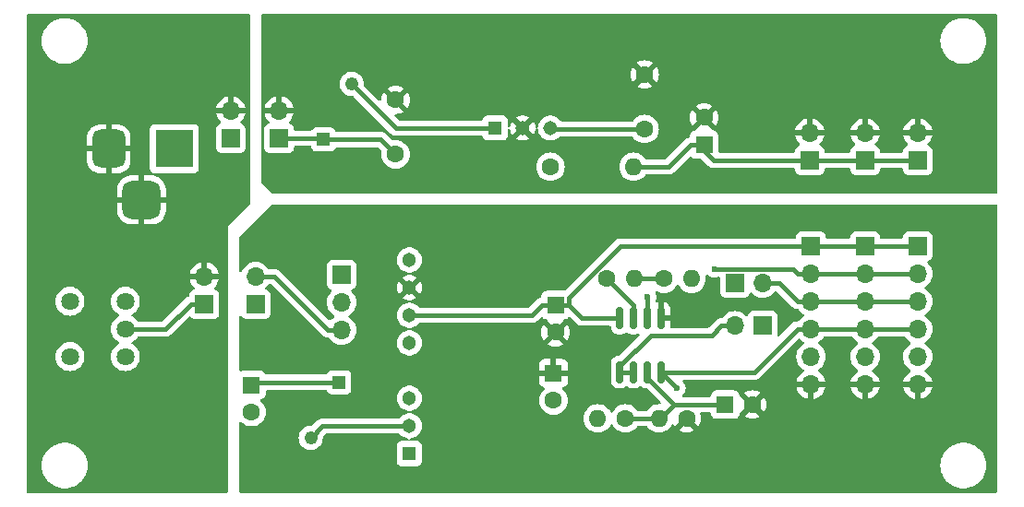
<source format=gtl>
%TF.GenerationSoftware,KiCad,Pcbnew,8.0.8*%
%TF.CreationDate,2025-06-29T12:51:07+09:00*%
%TF.ProjectId,PowerSeparate,506f7765-7253-4657-9061-726174652e6b,rev?*%
%TF.SameCoordinates,Original*%
%TF.FileFunction,Copper,L1,Top*%
%TF.FilePolarity,Positive*%
%FSLAX46Y46*%
G04 Gerber Fmt 4.6, Leading zero omitted, Abs format (unit mm)*
G04 Created by KiCad (PCBNEW 8.0.8) date 2025-06-29 12:51:07*
%MOMM*%
%LPD*%
G01*
G04 APERTURE LIST*
G04 Aperture macros list*
%AMRoundRect*
0 Rectangle with rounded corners*
0 $1 Rounding radius*
0 $2 $3 $4 $5 $6 $7 $8 $9 X,Y pos of 4 corners*
0 Add a 4 corners polygon primitive as box body*
4,1,4,$2,$3,$4,$5,$6,$7,$8,$9,$2,$3,0*
0 Add four circle primitives for the rounded corners*
1,1,$1+$1,$2,$3*
1,1,$1+$1,$4,$5*
1,1,$1+$1,$6,$7*
1,1,$1+$1,$8,$9*
0 Add four rect primitives between the rounded corners*
20,1,$1+$1,$2,$3,$4,$5,0*
20,1,$1+$1,$4,$5,$6,$7,0*
20,1,$1+$1,$6,$7,$8,$9,0*
20,1,$1+$1,$8,$9,$2,$3,0*%
G04 Aperture macros list end*
%TA.AperFunction,ComponentPad*%
%ADD10R,1.600000X1.600000*%
%TD*%
%TA.AperFunction,ComponentPad*%
%ADD11C,1.600000*%
%TD*%
%TA.AperFunction,ComponentPad*%
%ADD12R,3.500000X3.500000*%
%TD*%
%TA.AperFunction,ComponentPad*%
%ADD13RoundRect,0.750000X-0.750000X-1.000000X0.750000X-1.000000X0.750000X1.000000X-0.750000X1.000000X0*%
%TD*%
%TA.AperFunction,ComponentPad*%
%ADD14RoundRect,0.875000X-0.875000X-0.875000X0.875000X-0.875000X0.875000X0.875000X-0.875000X0.875000X0*%
%TD*%
%TA.AperFunction,ComponentPad*%
%ADD15R,1.700000X1.700000*%
%TD*%
%TA.AperFunction,ComponentPad*%
%ADD16O,1.700000X1.700000*%
%TD*%
%TA.AperFunction,ComponentPad*%
%ADD17O,1.600000X1.600000*%
%TD*%
%TA.AperFunction,ComponentPad*%
%ADD18R,1.303000X1.303000*%
%TD*%
%TA.AperFunction,ComponentPad*%
%ADD19C,1.303000*%
%TD*%
%TA.AperFunction,ComponentPad*%
%ADD20R,1.217000X1.217000*%
%TD*%
%TA.AperFunction,ComponentPad*%
%ADD21C,1.217000*%
%TD*%
%TA.AperFunction,ComponentPad*%
%ADD22C,1.635000*%
%TD*%
%TA.AperFunction,SMDPad,CuDef*%
%ADD23RoundRect,0.150000X0.150000X-0.825000X0.150000X0.825000X-0.150000X0.825000X-0.150000X-0.825000X0*%
%TD*%
%TA.AperFunction,ComponentPad*%
%ADD24R,1.305000X1.305000*%
%TD*%
%TA.AperFunction,ComponentPad*%
%ADD25C,1.305000*%
%TD*%
%TA.AperFunction,ViaPad*%
%ADD26C,0.600000*%
%TD*%
%TA.AperFunction,Conductor*%
%ADD27C,0.400000*%
%TD*%
G04 APERTURE END LIST*
D10*
%TO.P,C3,1*%
%TO.N,GNDA*%
X114808000Y-88517000D03*
D11*
%TO.P,C3,2*%
%TO.N,-12VA*%
X114808000Y-91017000D03*
%TD*%
D12*
%TO.P,PwJ1,1*%
%TO.N,Net-(PwJ1-Pad1)*%
X80041000Y-67907500D03*
D13*
%TO.P,PwJ1,2*%
%TO.N,ADAPTER GND*%
X74041000Y-67907500D03*
D14*
%TO.P,PwJ1,3*%
X77041000Y-72607500D03*
%TD*%
D15*
%TO.P,PwJ2,1,Pin_1*%
%TO.N,ADAPTER+9V*%
X85217000Y-66929000D03*
D16*
%TO.P,PwJ2,2,Pin_2*%
%TO.N,ADAPTER GND*%
X85217000Y-64389000D03*
%TD*%
D10*
%TO.P,C4,1*%
%TO.N,Net-(U1A-+)*%
X130556000Y-91398000D03*
D11*
%TO.P,C4,2*%
%TO.N,GNDA*%
X133056000Y-91398000D03*
%TD*%
%TO.P,R2,1*%
%TO.N,GNDA*%
X127029000Y-92668000D03*
D17*
%TO.P,R2,2*%
%TO.N,Net-(U1A-+)*%
X124489000Y-92668000D03*
%TD*%
D10*
%TO.P,PwC3,1*%
%TO.N,+5VD*%
X128637000Y-67524000D03*
D11*
%TO.P,PwC3,2*%
%TO.N,GND*%
X128637000Y-65024000D03*
%TD*%
D15*
%TO.P,J4,1,Pin_1*%
%TO.N,+5VD*%
X148209000Y-68961000D03*
D16*
%TO.P,J4,2,Pin_2*%
%TO.N,GND*%
X148209000Y-66421000D03*
%TD*%
D11*
%TO.P,R3,1*%
%TO.N,Net-(U1B--)*%
X124939000Y-79841000D03*
D17*
%TO.P,R3,2*%
%TO.N,+5VA*%
X127479000Y-79841000D03*
%TD*%
D15*
%TO.P,J3,1,Pin_1*%
%TO.N,+12VA*%
X143383000Y-76835000D03*
D16*
%TO.P,J3,2,Pin_2*%
%TO.N,+5VA*%
X143383000Y-79375000D03*
%TO.P,J3,3,Pin_3*%
%TO.N,-5VA*%
X143383000Y-81915000D03*
%TO.P,J3,4,Pin_4*%
%TO.N,-12VA*%
X143383000Y-84455000D03*
%TO.P,J3,5,Pin_5*%
%TO.N,unconnected-(J3-Pin_5-Pad5)*%
X143383000Y-86995000D03*
%TO.P,J3,6,Pin_6*%
%TO.N,GNDA*%
X143383000Y-89535000D03*
%TD*%
D15*
%TO.P,J8,1,Pin_1*%
%TO.N,+5VA*%
X133985000Y-84159000D03*
D16*
%TO.P,J8,2,Pin_2*%
%TO.N,Net-(J8-Pin_2)*%
X131445000Y-84159000D03*
%TD*%
D15*
%TO.P,J2,1,Pin_1*%
%TO.N,+12VA*%
X138430000Y-76835000D03*
D16*
%TO.P,J2,2,Pin_2*%
%TO.N,+5VA*%
X138430000Y-79375000D03*
%TO.P,J2,3,Pin_3*%
%TO.N,-5VA*%
X138430000Y-81915000D03*
%TO.P,J2,4,Pin_4*%
%TO.N,-12VA*%
X138430000Y-84455000D03*
%TO.P,J2,5,Pin_5*%
%TO.N,unconnected-(J2-Pin_5-Pad5)*%
X138430000Y-86995000D03*
%TO.P,J2,6,Pin_6*%
%TO.N,GNDA*%
X138430000Y-89535000D03*
%TD*%
D10*
%TO.P,C1,1*%
%TO.N,Net-(PwJ5-Pin_1)*%
X87122000Y-89599900D03*
D11*
%TO.P,C1,2*%
%TO.N,Net-(J1-Pin_3)*%
X87122000Y-92099900D03*
%TD*%
%TO.P,PwC1,1*%
%TO.N,D+9VPre*%
X100330000Y-68413000D03*
%TO.P,PwC1,2*%
%TO.N,GND*%
X100330000Y-63413000D03*
%TD*%
D18*
%TO.P,PS1,1,-VIN*%
%TO.N,Net-(J1-Pin_3)*%
X101600000Y-95900000D03*
D19*
%TO.P,PS1,2,+VIN*%
%TO.N,Net-(J1-Pin_1)*%
X101600000Y-93360000D03*
%TO.P,PS1,3,REMOTE_ON/OFF*%
%TO.N,Net-(J1-Pin_2)*%
X101600000Y-90820000D03*
%TO.P,PS1,5,NC*%
%TO.N,unconnected-(PS1-NC-Pad5)*%
X101600000Y-85740000D03*
%TO.P,PS1,6,+VOUT*%
%TO.N,+12VA*%
X101600000Y-83200000D03*
%TO.P,PS1,7,COMMON*%
%TO.N,GNDA*%
X101600000Y-80660000D03*
%TO.P,PS1,8,-VOUT*%
%TO.N,-12VA*%
X101600000Y-78120000D03*
%TD*%
D10*
%TO.P,C2,1*%
%TO.N,+12VA*%
X114999900Y-82254000D03*
D11*
%TO.P,C2,2*%
%TO.N,GNDA*%
X114999900Y-84754000D03*
%TD*%
D15*
%TO.P,J6,1,Pin_1*%
%TO.N,+5VD*%
X138303000Y-68961000D03*
D16*
%TO.P,J6,2,Pin_2*%
%TO.N,GND*%
X138303000Y-66421000D03*
%TD*%
D15*
%TO.P,J9,1,Pin_1*%
%TO.N,Net-(J9-Pin_1)*%
X131445000Y-80222000D03*
D16*
%TO.P,J9,2,Pin_2*%
%TO.N,-5VA*%
X133985000Y-80222000D03*
%TD*%
D20*
%TO.P,PwF2,1,1*%
%TO.N,Net-(PwJ5-Pin_1)*%
X95148000Y-89356000D03*
D21*
%TO.P,PwF2,2,2*%
%TO.N,Net-(J1-Pin_1)*%
X92558000Y-94456000D03*
%TD*%
D15*
%TO.P,J7,1,Pin_1*%
%TO.N,+12VA*%
X148209000Y-76835000D03*
D16*
%TO.P,J7,2,Pin_2*%
%TO.N,+5VA*%
X148209000Y-79375000D03*
%TO.P,J7,3,Pin_3*%
%TO.N,-5VA*%
X148209000Y-81915000D03*
%TO.P,J7,4,Pin_4*%
%TO.N,-12VA*%
X148209000Y-84455000D03*
%TO.P,J7,5,Pin_5*%
%TO.N,unconnected-(J7-Pin_5-Pad5)*%
X148209000Y-86995000D03*
%TO.P,J7,6,Pin_6*%
%TO.N,GNDA*%
X148209000Y-89535000D03*
%TD*%
D20*
%TO.P,PwF1,1,1*%
%TO.N,D+9VPre*%
X93726000Y-67056000D03*
D21*
%TO.P,PwF1,2,2*%
%TO.N,D+9V*%
X96316000Y-61956000D03*
%TD*%
D15*
%TO.P,PwJ5,1,Pin_1*%
%TO.N,Net-(PwJ5-Pin_1)*%
X87503000Y-82174000D03*
D16*
%TO.P,PwJ5,2,Pin_2*%
%TO.N,Net-(J1-Pin_3)*%
X87503000Y-79634000D03*
%TD*%
D22*
%TO.P,PwS1,1,1*%
%TO.N,Net-(PwJ1-Pad1)*%
X75565000Y-87000000D03*
%TO.P,PwS1,2,2*%
%TO.N,ADAPTER+9V*%
X75565000Y-84460000D03*
%TO.P,PwS1,3,3*%
%TO.N,unconnected-(PwS1-Pad3)*%
X75565000Y-81920000D03*
%TO.P,PwS1,4,4*%
%TO.N,unconnected-(PwS1-Pad4)*%
X70485000Y-81920000D03*
%TO.P,PwS1,5,5*%
%TO.N,unconnected-(PwS1-Pad5)*%
X70485000Y-87000000D03*
%TD*%
D11*
%TO.P,PwL1,1,1*%
%TO.N,Net-(PwIC1-VOUT)*%
X114540000Y-69556000D03*
D17*
%TO.P,PwL1,2,2*%
%TO.N,+5VD*%
X122160000Y-69556000D03*
%TD*%
D15*
%TO.P,J1,1,Pin_1*%
%TO.N,Net-(J1-Pin_1)*%
X95377000Y-79460000D03*
D16*
%TO.P,J1,2,Pin_2*%
%TO.N,Net-(J1-Pin_2)*%
X95377000Y-82000000D03*
%TO.P,J1,3,Pin_3*%
%TO.N,Net-(J1-Pin_3)*%
X95377000Y-84540000D03*
%TD*%
D23*
%TO.P,U1,1*%
%TO.N,Net-(J8-Pin_2)*%
X120904000Y-88412000D03*
%TO.P,U1,2,-*%
X122174000Y-88412000D03*
%TO.P,U1,3,+*%
%TO.N,Net-(U1A-+)*%
X123444000Y-88412000D03*
%TO.P,U1,4,V-*%
%TO.N,-12VA*%
X124714000Y-88412000D03*
%TO.P,U1,5,+*%
%TO.N,GNDA*%
X124714000Y-83462000D03*
%TO.P,U1,6,-*%
%TO.N,Net-(U1B--)*%
X123444000Y-83462000D03*
%TO.P,U1,7*%
%TO.N,Net-(J9-Pin_1)*%
X122174000Y-83462000D03*
%TO.P,U1,8,V+*%
%TO.N,+12VA*%
X120904000Y-83462000D03*
%TD*%
D11*
%TO.P,R1,1*%
%TO.N,Net-(U1A-+)*%
X121412000Y-92668000D03*
D17*
%TO.P,R1,2*%
%TO.N,+12VA*%
X118872000Y-92668000D03*
%TD*%
D15*
%TO.P,J5,1,Pin_1*%
%TO.N,+5VD*%
X143383000Y-68961000D03*
D16*
%TO.P,J5,2,Pin_2*%
%TO.N,GND*%
X143383000Y-66421000D03*
%TD*%
D11*
%TO.P,R4,1*%
%TO.N,Net-(J9-Pin_1)*%
X119732000Y-79841000D03*
D17*
%TO.P,R4,2*%
%TO.N,Net-(U1B--)*%
X122272000Y-79841000D03*
%TD*%
D11*
%TO.P,PwC2,1*%
%TO.N,Net-(PwIC1-VOUT)*%
X123176000Y-66087000D03*
%TO.P,PwC2,2*%
%TO.N,GND*%
X123176000Y-61087000D03*
%TD*%
D15*
%TO.P,PwJ4,1,Pin_1*%
%TO.N,D+9VPre*%
X89662000Y-66929000D03*
D16*
%TO.P,PwJ4,2,Pin_2*%
%TO.N,GND*%
X89662000Y-64389000D03*
%TD*%
D24*
%TO.P,PwIC1,1,VIN*%
%TO.N,D+9V*%
X109460000Y-66000000D03*
D25*
%TO.P,PwIC1,2,GND*%
%TO.N,GND*%
X112000000Y-66000000D03*
%TO.P,PwIC1,3,VOUT*%
%TO.N,Net-(PwIC1-VOUT)*%
X114540000Y-66000000D03*
%TD*%
D15*
%TO.P,PwJ3,1,Pin_1*%
%TO.N,ADAPTER+9V*%
X82804000Y-82169000D03*
D16*
%TO.P,PwJ3,2,Pin_2*%
%TO.N,ADAPTER GND*%
X82804000Y-79629000D03*
%TD*%
D26*
%TO.N,GNDA*%
X127508000Y-83312000D03*
%TO.N,-12VA*%
X126126700Y-89881400D03*
%TO.N,+5VA*%
X129569900Y-78951800D03*
%TO.N,Net-(U1B--)*%
X123444000Y-81534000D03*
%TD*%
D27*
%TO.N,Net-(J1-Pin_3)*%
X94125300Y-84540000D02*
X89219300Y-79634000D01*
X95377000Y-84540000D02*
X94125300Y-84540000D01*
X89219300Y-79634000D02*
X87503000Y-79634000D01*
%TO.N,Net-(J1-Pin_1)*%
X93654000Y-93360000D02*
X92558000Y-94456000D01*
X101600000Y-93360000D02*
X93654000Y-93360000D01*
%TO.N,+12VA*%
X117409600Y-83462000D02*
X116201600Y-82254000D01*
X120904000Y-83462000D02*
X117409600Y-83462000D01*
X116201600Y-81596700D02*
X116201600Y-82254000D01*
X138430000Y-76835000D02*
X120963300Y-76835000D01*
X120963300Y-76835000D02*
X116201600Y-81596700D01*
X112852200Y-83200000D02*
X113798200Y-82254000D01*
X101600000Y-83200000D02*
X112852200Y-83200000D01*
X143383000Y-76835000D02*
X138430000Y-76835000D01*
X114999900Y-82254000D02*
X116201600Y-82254000D01*
X148209000Y-76835000D02*
X143383000Y-76835000D01*
X114999900Y-82254000D02*
X113798200Y-82254000D01*
%TO.N,-12VA*%
X126126700Y-89881400D02*
X124714000Y-88468700D01*
X138430000Y-84455000D02*
X143383000Y-84455000D01*
X124714000Y-88412000D02*
X133221300Y-88412000D01*
X138430000Y-84455000D02*
X137178300Y-84455000D01*
X143383000Y-84455000D02*
X148209000Y-84455000D01*
X124714000Y-88468700D02*
X124714000Y-88412000D01*
X133221300Y-88412000D02*
X137178300Y-84455000D01*
%TO.N,Net-(U1A-+)*%
X123444000Y-88412000D02*
X123444000Y-88969600D01*
X124602400Y-92668000D02*
X124489000Y-92668000D01*
X130556000Y-91398000D02*
X126587200Y-91398000D01*
X123444000Y-88969600D02*
X125872400Y-91398000D01*
X126504500Y-91398000D02*
X126587200Y-91398000D01*
X125872400Y-91398000D02*
X124602400Y-92668000D01*
X125872400Y-91398000D02*
X126504500Y-91398000D01*
X121412000Y-92668000D02*
X124489000Y-92668000D01*
%TO.N,-5VA*%
X133985000Y-80222000D02*
X135485300Y-80222000D01*
X138430000Y-81915000D02*
X137178300Y-81915000D01*
X148209000Y-81915000D02*
X143383000Y-81915000D01*
X138430000Y-81915000D02*
X143383000Y-81915000D01*
X135485300Y-80222000D02*
X137178300Y-81915000D01*
%TO.N,+5VA*%
X138430000Y-79375000D02*
X137178300Y-79375000D01*
X136755100Y-78951800D02*
X137178300Y-79375000D01*
X129569900Y-78951800D02*
X136755100Y-78951800D01*
X138430000Y-79375000D02*
X143383000Y-79375000D01*
X143383000Y-79375000D02*
X148209000Y-79375000D01*
%TO.N,+5VD*%
X128036200Y-67524000D02*
X127435300Y-67524000D01*
X128036200Y-67524000D02*
X129473200Y-68961000D01*
X129473200Y-68961000D02*
X138303000Y-68961000D01*
X127435300Y-67524000D02*
X125403300Y-69556000D01*
X143383000Y-68961000D02*
X148209000Y-68961000D01*
X143383000Y-68961000D02*
X138303000Y-68961000D01*
X128637000Y-67524000D02*
X128036200Y-67524000D01*
X125403300Y-69556000D02*
X122160000Y-69556000D01*
%TO.N,Net-(J8-Pin_2)*%
X120904000Y-87875600D02*
X123735500Y-85044100D01*
X120904000Y-88412000D02*
X120904000Y-87875600D01*
X123735500Y-85044100D02*
X129308200Y-85044100D01*
X131445000Y-84159000D02*
X130193300Y-84159000D01*
X122174000Y-88412000D02*
X120904000Y-88412000D01*
X129308200Y-85044100D02*
X130193300Y-84159000D01*
%TO.N,Net-(J9-Pin_1)*%
X122174000Y-83462000D02*
X122140200Y-83428200D01*
X122140200Y-82249200D02*
X119732000Y-79841000D01*
X122140200Y-83428200D02*
X122140200Y-82249200D01*
%TO.N,D+9VPre*%
X93726000Y-67056000D02*
X98973000Y-67056000D01*
X93599000Y-66929000D02*
X93726000Y-67056000D01*
X89662000Y-66929000D02*
X93599000Y-66929000D01*
X98973000Y-67056000D02*
X100330000Y-68413000D01*
%TO.N,Net-(PwIC1-VOUT)*%
X123176000Y-66087000D02*
X114627000Y-66087000D01*
X114627000Y-66087000D02*
X114540000Y-66000000D01*
%TO.N,D+9V*%
X109460000Y-66000000D02*
X100360000Y-66000000D01*
X100360000Y-66000000D02*
X96316000Y-61956000D01*
%TO.N,ADAPTER+9V*%
X82804000Y-82169000D02*
X81552300Y-82169000D01*
X75565000Y-84460000D02*
X79261300Y-84460000D01*
X79261300Y-84460000D02*
X81552300Y-82169000D01*
%TO.N,Net-(U1B--)*%
X122272000Y-79841000D02*
X124939000Y-79841000D01*
X123444000Y-81534000D02*
X123444000Y-83462000D01*
%TO.N,Net-(PwJ5-Pin_1)*%
X87365900Y-89356000D02*
X87122000Y-89599900D01*
X95148000Y-89356000D02*
X87365900Y-89356000D01*
%TD*%
%TA.AperFunction,Conductor*%
%TO.N,GNDA*%
G36*
X128935490Y-79459113D02*
G01*
X128968992Y-79482970D01*
X129067638Y-79581616D01*
X129151007Y-79634000D01*
X129216717Y-79675289D01*
X129220378Y-79677589D01*
X129378636Y-79732966D01*
X129390645Y-79737168D01*
X129390650Y-79737169D01*
X129569896Y-79757365D01*
X129569900Y-79757365D01*
X129569904Y-79757365D01*
X129749149Y-79737169D01*
X129749152Y-79737168D01*
X129749155Y-79737168D01*
X129919422Y-79677589D01*
X129919422Y-79677588D01*
X129925995Y-79675289D01*
X129926684Y-79677258D01*
X129985628Y-79667547D01*
X130049765Y-79695264D01*
X130088736Y-79753255D01*
X130094500Y-79790621D01*
X130094500Y-81119870D01*
X130094501Y-81119876D01*
X130100908Y-81179483D01*
X130151202Y-81314328D01*
X130151206Y-81314335D01*
X130237452Y-81429544D01*
X130237455Y-81429547D01*
X130352664Y-81515793D01*
X130352671Y-81515797D01*
X130487517Y-81566091D01*
X130487516Y-81566091D01*
X130494444Y-81566835D01*
X130547127Y-81572500D01*
X132342872Y-81572499D01*
X132402483Y-81566091D01*
X132537331Y-81515796D01*
X132652546Y-81429546D01*
X132738796Y-81314331D01*
X132787810Y-81182916D01*
X132829681Y-81126984D01*
X132895145Y-81102566D01*
X132963418Y-81117417D01*
X132991673Y-81138569D01*
X133113599Y-81260495D01*
X133201679Y-81322169D01*
X133307165Y-81396032D01*
X133307167Y-81396033D01*
X133307170Y-81396035D01*
X133521337Y-81495903D01*
X133749592Y-81557063D01*
X133926034Y-81572500D01*
X133984999Y-81577659D01*
X133985000Y-81577659D01*
X133985001Y-81577659D01*
X134043966Y-81572500D01*
X134220408Y-81557063D01*
X134448663Y-81495903D01*
X134662830Y-81396035D01*
X134856401Y-81260495D01*
X135023495Y-81093401D01*
X135079809Y-81012974D01*
X135134383Y-80969353D01*
X135203881Y-80962159D01*
X135266236Y-80993681D01*
X135269063Y-80996420D01*
X136731753Y-82459111D01*
X136731754Y-82459112D01*
X136846492Y-82535777D01*
X136973967Y-82588578D01*
X136973972Y-82588580D01*
X136973976Y-82588580D01*
X136973977Y-82588581D01*
X137109303Y-82615500D01*
X137109306Y-82615500D01*
X137109307Y-82615500D01*
X137207289Y-82615500D01*
X137274328Y-82635185D01*
X137308864Y-82668377D01*
X137391505Y-82786402D01*
X137558597Y-82953493D01*
X137558603Y-82953498D01*
X137744158Y-83083425D01*
X137787783Y-83138002D01*
X137794977Y-83207500D01*
X137763454Y-83269855D01*
X137744158Y-83286575D01*
X137558597Y-83416505D01*
X137391506Y-83583596D01*
X137308864Y-83701623D01*
X137254287Y-83745248D01*
X137207289Y-83754500D01*
X137109304Y-83754500D01*
X136973977Y-83781418D01*
X136973967Y-83781421D01*
X136846492Y-83834222D01*
X136731754Y-83910887D01*
X135547180Y-85095461D01*
X135485857Y-85128946D01*
X135416165Y-85123962D01*
X135360232Y-85082090D01*
X135335815Y-85016626D01*
X135335499Y-85007807D01*
X135335499Y-83261128D01*
X135329091Y-83201517D01*
X135328525Y-83200000D01*
X135278797Y-83066671D01*
X135278793Y-83066664D01*
X135192547Y-82951455D01*
X135192544Y-82951452D01*
X135077335Y-82865206D01*
X135077328Y-82865202D01*
X134942482Y-82814908D01*
X134942483Y-82814908D01*
X134882883Y-82808501D01*
X134882881Y-82808500D01*
X134882873Y-82808500D01*
X134882864Y-82808500D01*
X133087129Y-82808500D01*
X133087123Y-82808501D01*
X133027516Y-82814908D01*
X132892671Y-82865202D01*
X132892664Y-82865206D01*
X132777455Y-82951452D01*
X132777452Y-82951455D01*
X132691206Y-83066664D01*
X132691203Y-83066669D01*
X132642189Y-83198083D01*
X132600317Y-83254016D01*
X132534853Y-83278433D01*
X132466580Y-83263581D01*
X132438326Y-83242430D01*
X132316402Y-83120506D01*
X132316395Y-83120501D01*
X132122834Y-82984967D01*
X132122830Y-82984965D01*
X132055349Y-82953498D01*
X131908663Y-82885097D01*
X131908659Y-82885096D01*
X131908655Y-82885094D01*
X131680413Y-82823938D01*
X131680403Y-82823936D01*
X131445001Y-82803341D01*
X131444999Y-82803341D01*
X131209596Y-82823936D01*
X131209586Y-82823938D01*
X130981344Y-82885094D01*
X130981335Y-82885098D01*
X130767171Y-82984964D01*
X130767169Y-82984965D01*
X130573597Y-83120505D01*
X130406506Y-83287596D01*
X130323864Y-83405623D01*
X130269287Y-83449248D01*
X130222289Y-83458500D01*
X130124303Y-83458500D01*
X130015890Y-83480065D01*
X130015889Y-83480065D01*
X129988971Y-83485420D01*
X129950139Y-83501505D01*
X129861491Y-83538223D01*
X129834613Y-83556183D01*
X129793583Y-83583599D01*
X129781954Y-83591369D01*
X129746754Y-83614888D01*
X129746753Y-83614889D01*
X129054362Y-84307281D01*
X128993039Y-84340766D01*
X128966681Y-84343600D01*
X125638000Y-84343600D01*
X125570961Y-84323915D01*
X125525206Y-84271111D01*
X125514000Y-84219600D01*
X125514000Y-83712000D01*
X124838000Y-83712000D01*
X124770961Y-83692315D01*
X124725206Y-83639511D01*
X124714000Y-83588000D01*
X124714000Y-83462000D01*
X124588000Y-83462000D01*
X124520961Y-83442315D01*
X124475206Y-83389511D01*
X124464000Y-83338000D01*
X124464000Y-83212000D01*
X124964000Y-83212000D01*
X125514000Y-83212000D01*
X125514000Y-82571365D01*
X125513999Y-82571350D01*
X125511100Y-82534510D01*
X125511099Y-82534504D01*
X125465283Y-82376806D01*
X125465282Y-82376803D01*
X125381685Y-82235447D01*
X125381678Y-82235438D01*
X125265561Y-82119321D01*
X125265552Y-82119314D01*
X125124196Y-82035717D01*
X125124193Y-82035716D01*
X124966494Y-81989900D01*
X124966497Y-81989900D01*
X124964000Y-81989703D01*
X124964000Y-83212000D01*
X124464000Y-83212000D01*
X124464000Y-81989703D01*
X124461503Y-81989900D01*
X124326472Y-82029131D01*
X124256602Y-82028932D01*
X124197932Y-81990990D01*
X124169089Y-81927351D01*
X124174836Y-81869100D01*
X124229366Y-81713262D01*
X124229369Y-81713249D01*
X124249565Y-81534003D01*
X124249565Y-81533996D01*
X124229369Y-81354750D01*
X124229368Y-81354745D01*
X124215228Y-81314335D01*
X124169789Y-81184478D01*
X124169787Y-81184475D01*
X124169787Y-81184474D01*
X124156038Y-81162593D01*
X124137036Y-81095357D01*
X124157402Y-81028521D01*
X124210669Y-80983306D01*
X124279926Y-80974067D01*
X124313433Y-80984236D01*
X124492504Y-81067739D01*
X124492510Y-81067740D01*
X124492511Y-81067741D01*
X124544466Y-81081662D01*
X124712308Y-81126635D01*
X124874230Y-81140801D01*
X124938998Y-81146468D01*
X124939000Y-81146468D01*
X124939002Y-81146468D01*
X124995673Y-81141509D01*
X125165692Y-81126635D01*
X125385496Y-81067739D01*
X125591734Y-80971568D01*
X125778139Y-80841047D01*
X125939047Y-80680139D01*
X126069568Y-80493734D01*
X126096618Y-80435724D01*
X126142790Y-80383285D01*
X126209983Y-80364133D01*
X126276865Y-80384348D01*
X126321381Y-80435724D01*
X126335517Y-80466038D01*
X126348429Y-80493728D01*
X126348432Y-80493734D01*
X126478954Y-80680141D01*
X126639858Y-80841045D01*
X126639861Y-80841047D01*
X126826266Y-80971568D01*
X127032504Y-81067739D01*
X127032509Y-81067740D01*
X127032511Y-81067741D01*
X127084466Y-81081662D01*
X127252308Y-81126635D01*
X127414230Y-81140801D01*
X127478998Y-81146468D01*
X127479000Y-81146468D01*
X127479002Y-81146468D01*
X127535673Y-81141509D01*
X127705692Y-81126635D01*
X127925496Y-81067739D01*
X128131734Y-80971568D01*
X128318139Y-80841047D01*
X128479047Y-80680139D01*
X128609568Y-80493734D01*
X128705739Y-80287496D01*
X128764635Y-80067692D01*
X128784468Y-79841000D01*
X128764635Y-79614308D01*
X128761537Y-79602746D01*
X128763198Y-79532897D01*
X128802360Y-79475034D01*
X128866588Y-79447528D01*
X128935490Y-79459113D01*
G37*
%TD.AperFunction*%
%TA.AperFunction,Conductor*%
G36*
X155442539Y-73019685D02*
G01*
X155488294Y-73072489D01*
X155499500Y-73124000D01*
X155499500Y-99375500D01*
X155479815Y-99442539D01*
X155427011Y-99488294D01*
X155375500Y-99499500D01*
X86124000Y-99499500D01*
X86056961Y-99479815D01*
X86011206Y-99427011D01*
X86000000Y-99375500D01*
X86000000Y-94455999D01*
X91444249Y-94455999D01*
X91444249Y-94456000D01*
X91463212Y-94660646D01*
X91463212Y-94660648D01*
X91463213Y-94660651D01*
X91504200Y-94804706D01*
X91519459Y-94858336D01*
X91611070Y-95042314D01*
X91734929Y-95206331D01*
X91815680Y-95279944D01*
X91886815Y-95344792D01*
X92061558Y-95452989D01*
X92253208Y-95527234D01*
X92455236Y-95565000D01*
X92455238Y-95565000D01*
X92660762Y-95565000D01*
X92660764Y-95565000D01*
X92862792Y-95527234D01*
X93054442Y-95452989D01*
X93229185Y-95344792D01*
X93381072Y-95206329D01*
X93504930Y-95042314D01*
X93596542Y-94858333D01*
X93652787Y-94660651D01*
X93671751Y-94456000D01*
X93666682Y-94401305D01*
X93680096Y-94332737D01*
X93702466Y-94302190D01*
X93907839Y-94096816D01*
X93969161Y-94063334D01*
X93995519Y-94060500D01*
X100623671Y-94060500D01*
X100690710Y-94080185D01*
X100722625Y-94109773D01*
X100745015Y-94139422D01*
X100902791Y-94283254D01*
X101084310Y-94395646D01*
X101084311Y-94395646D01*
X101084312Y-94395647D01*
X101126486Y-94411985D01*
X101283390Y-94472770D01*
X101440359Y-94502112D01*
X101502637Y-94533779D01*
X101537910Y-94594091D01*
X101534976Y-94663899D01*
X101494768Y-94721040D01*
X101430049Y-94747371D01*
X101417571Y-94748000D01*
X100900629Y-94748000D01*
X100900623Y-94748001D01*
X100841016Y-94754408D01*
X100706171Y-94804702D01*
X100706164Y-94804706D01*
X100590955Y-94890952D01*
X100590952Y-94890955D01*
X100504706Y-95006164D01*
X100504702Y-95006171D01*
X100454408Y-95141017D01*
X100448001Y-95200616D01*
X100448001Y-95200623D01*
X100448000Y-95200635D01*
X100448000Y-96599370D01*
X100448001Y-96599376D01*
X100454408Y-96658983D01*
X100504702Y-96793828D01*
X100504706Y-96793835D01*
X100590952Y-96909044D01*
X100590955Y-96909047D01*
X100706164Y-96995293D01*
X100706171Y-96995297D01*
X100841017Y-97045591D01*
X100841016Y-97045591D01*
X100847944Y-97046335D01*
X100900627Y-97052000D01*
X102299372Y-97051999D01*
X102358983Y-97045591D01*
X102481219Y-97000000D01*
X150294592Y-97000000D01*
X150314201Y-97286680D01*
X150372666Y-97568034D01*
X150372667Y-97568037D01*
X150468894Y-97838793D01*
X150468893Y-97838793D01*
X150601098Y-98093935D01*
X150766812Y-98328700D01*
X150851923Y-98419831D01*
X150962947Y-98538708D01*
X151185853Y-98720055D01*
X151431382Y-98869365D01*
X151618237Y-98950526D01*
X151694942Y-98983844D01*
X151971642Y-99061371D01*
X152221920Y-99095771D01*
X152256321Y-99100500D01*
X152256322Y-99100500D01*
X152543679Y-99100500D01*
X152574370Y-99096281D01*
X152828358Y-99061371D01*
X153105058Y-98983844D01*
X153218015Y-98934779D01*
X153368617Y-98869365D01*
X153368620Y-98869363D01*
X153368625Y-98869361D01*
X153614147Y-98720055D01*
X153837053Y-98538708D01*
X154033189Y-98328698D01*
X154198901Y-98093936D01*
X154331104Y-97838797D01*
X154427334Y-97568032D01*
X154485798Y-97286686D01*
X154505408Y-97000000D01*
X154485798Y-96713314D01*
X154427334Y-96431968D01*
X154331105Y-96161206D01*
X154331106Y-96161206D01*
X154198901Y-95906064D01*
X154033187Y-95671299D01*
X153954554Y-95587105D01*
X153837053Y-95461292D01*
X153614147Y-95279945D01*
X153614146Y-95279944D01*
X153368617Y-95130634D01*
X153105063Y-95016158D01*
X153105061Y-95016157D01*
X153105058Y-95016156D01*
X152975578Y-94979877D01*
X152828364Y-94938630D01*
X152828359Y-94938629D01*
X152828358Y-94938629D01*
X152686018Y-94919064D01*
X152543679Y-94899500D01*
X152543678Y-94899500D01*
X152256322Y-94899500D01*
X152256321Y-94899500D01*
X151971642Y-94938629D01*
X151971635Y-94938630D01*
X151763861Y-94996845D01*
X151694942Y-95016156D01*
X151694939Y-95016156D01*
X151694936Y-95016158D01*
X151694935Y-95016158D01*
X151431382Y-95130634D01*
X151185853Y-95279944D01*
X150962950Y-95461289D01*
X150766812Y-95671299D01*
X150601098Y-95906064D01*
X150468894Y-96161206D01*
X150372667Y-96431962D01*
X150372666Y-96431965D01*
X150314201Y-96713319D01*
X150294592Y-97000000D01*
X102481219Y-97000000D01*
X102493831Y-96995296D01*
X102609046Y-96909046D01*
X102695296Y-96793831D01*
X102745591Y-96658983D01*
X102752000Y-96599373D01*
X102751999Y-95200628D01*
X102745591Y-95141017D01*
X102741720Y-95130639D01*
X102695297Y-95006171D01*
X102695293Y-95006164D01*
X102609047Y-94890955D01*
X102609044Y-94890952D01*
X102493835Y-94804706D01*
X102493828Y-94804702D01*
X102358982Y-94754408D01*
X102358983Y-94754408D01*
X102299383Y-94748001D01*
X102299381Y-94748000D01*
X102299373Y-94748000D01*
X102299365Y-94748000D01*
X101782430Y-94748000D01*
X101715391Y-94728315D01*
X101669636Y-94675511D01*
X101659692Y-94606353D01*
X101688717Y-94542797D01*
X101747495Y-94505023D01*
X101759629Y-94502114D01*
X101916610Y-94472770D01*
X102115690Y-94395646D01*
X102297209Y-94283254D01*
X102454985Y-94139422D01*
X102583646Y-93969048D01*
X102678810Y-93777933D01*
X102737236Y-93572586D01*
X102756935Y-93360000D01*
X102737236Y-93147414D01*
X102678810Y-92942067D01*
X102583646Y-92750952D01*
X102487975Y-92624264D01*
X102454983Y-92580575D01*
X102301146Y-92440335D01*
X102297209Y-92436746D01*
X102115690Y-92324354D01*
X102115688Y-92324353D01*
X102115687Y-92324352D01*
X101935616Y-92254593D01*
X101916610Y-92247230D01*
X101727548Y-92211888D01*
X101665269Y-92180221D01*
X101629996Y-92119908D01*
X101632930Y-92050100D01*
X101673139Y-91992960D01*
X101727548Y-91968111D01*
X101916610Y-91932770D01*
X102115690Y-91855646D01*
X102297209Y-91743254D01*
X102454985Y-91599422D01*
X102583646Y-91429048D01*
X102678810Y-91237933D01*
X102737236Y-91032586D01*
X102738680Y-91016998D01*
X113502532Y-91016998D01*
X113502532Y-91017001D01*
X113522364Y-91243686D01*
X113522366Y-91243697D01*
X113581258Y-91463488D01*
X113581261Y-91463497D01*
X113677431Y-91669732D01*
X113677432Y-91669734D01*
X113807954Y-91856141D01*
X113968858Y-92017045D01*
X113968861Y-92017047D01*
X114155266Y-92147568D01*
X114361504Y-92243739D01*
X114361509Y-92243740D01*
X114361511Y-92243741D01*
X114374536Y-92247231D01*
X114581308Y-92302635D01*
X114743230Y-92316801D01*
X114807998Y-92322468D01*
X114808000Y-92322468D01*
X114808002Y-92322468D01*
X114864673Y-92317509D01*
X115034692Y-92302635D01*
X115254496Y-92243739D01*
X115460734Y-92147568D01*
X115647139Y-92017047D01*
X115808047Y-91856139D01*
X115938568Y-91669734D01*
X116034739Y-91463496D01*
X116093635Y-91243692D01*
X116113468Y-91017000D01*
X116109584Y-90972611D01*
X116098306Y-90843696D01*
X116093635Y-90790308D01*
X116034739Y-90570504D01*
X115938568Y-90364266D01*
X115808047Y-90177861D01*
X115808045Y-90177858D01*
X115650493Y-90020306D01*
X115617008Y-89958983D01*
X115621992Y-89889291D01*
X115663864Y-89833358D01*
X115709667Y-89811946D01*
X115715381Y-89810595D01*
X115850086Y-89760354D01*
X115850093Y-89760350D01*
X115965187Y-89674190D01*
X115965190Y-89674187D01*
X116051350Y-89559093D01*
X116051354Y-89559086D01*
X116101596Y-89424379D01*
X116101598Y-89424372D01*
X116107999Y-89364844D01*
X116108000Y-89364827D01*
X116108000Y-88767000D01*
X115123686Y-88767000D01*
X115128080Y-88762606D01*
X115180741Y-88671394D01*
X115208000Y-88569661D01*
X115208000Y-88464339D01*
X115180741Y-88362606D01*
X115128080Y-88271394D01*
X115123686Y-88267000D01*
X116108000Y-88267000D01*
X116108000Y-87669172D01*
X116107999Y-87669155D01*
X116101598Y-87609627D01*
X116101596Y-87609620D01*
X116051354Y-87474913D01*
X116051350Y-87474906D01*
X115965190Y-87359812D01*
X115965187Y-87359809D01*
X115850093Y-87273649D01*
X115850086Y-87273645D01*
X115715379Y-87223403D01*
X115715372Y-87223401D01*
X115655844Y-87217000D01*
X115058000Y-87217000D01*
X115058000Y-88201314D01*
X115053606Y-88196920D01*
X114962394Y-88144259D01*
X114860661Y-88117000D01*
X114755339Y-88117000D01*
X114653606Y-88144259D01*
X114562394Y-88196920D01*
X114558000Y-88201314D01*
X114558000Y-87217000D01*
X113960155Y-87217000D01*
X113900627Y-87223401D01*
X113900620Y-87223403D01*
X113765913Y-87273645D01*
X113765906Y-87273649D01*
X113650812Y-87359809D01*
X113650809Y-87359812D01*
X113564649Y-87474906D01*
X113564645Y-87474913D01*
X113514403Y-87609620D01*
X113514401Y-87609627D01*
X113508000Y-87669155D01*
X113508000Y-88267000D01*
X114492314Y-88267000D01*
X114487920Y-88271394D01*
X114435259Y-88362606D01*
X114408000Y-88464339D01*
X114408000Y-88569661D01*
X114435259Y-88671394D01*
X114487920Y-88762606D01*
X114492314Y-88767000D01*
X113508000Y-88767000D01*
X113508000Y-89364844D01*
X113514401Y-89424372D01*
X113514403Y-89424379D01*
X113564645Y-89559086D01*
X113564649Y-89559093D01*
X113650809Y-89674187D01*
X113650812Y-89674190D01*
X113765906Y-89760350D01*
X113765913Y-89760354D01*
X113900622Y-89810597D01*
X113906334Y-89811947D01*
X113967052Y-89846517D01*
X113999441Y-89908427D01*
X113993218Y-89978018D01*
X113965507Y-90020306D01*
X113807951Y-90177862D01*
X113677432Y-90364265D01*
X113677431Y-90364267D01*
X113581261Y-90570502D01*
X113581258Y-90570511D01*
X113522366Y-90790302D01*
X113522364Y-90790313D01*
X113502532Y-91016998D01*
X102738680Y-91016998D01*
X102756935Y-90820000D01*
X102737236Y-90607414D01*
X102678810Y-90402067D01*
X102583646Y-90210952D01*
X102502810Y-90103908D01*
X102454983Y-90040575D01*
X102297210Y-89896747D01*
X102297209Y-89896746D01*
X102115690Y-89784354D01*
X102115688Y-89784353D01*
X102115687Y-89784352D01*
X101958786Y-89723569D01*
X101916610Y-89707230D01*
X101706748Y-89668000D01*
X101493252Y-89668000D01*
X101283390Y-89707230D01*
X101283387Y-89707230D01*
X101283387Y-89707231D01*
X101084312Y-89784352D01*
X101084311Y-89784353D01*
X100902789Y-89896747D01*
X100745016Y-90040575D01*
X100616354Y-90210951D01*
X100521191Y-90402063D01*
X100519418Y-90408296D01*
X100479064Y-90550127D01*
X100462763Y-90607418D01*
X100443065Y-90819999D01*
X100443065Y-90820000D01*
X100462763Y-91032581D01*
X100462763Y-91032583D01*
X100462764Y-91032586D01*
X100475663Y-91077920D01*
X100521191Y-91237936D01*
X100616354Y-91429048D01*
X100745016Y-91599424D01*
X100822141Y-91669732D01*
X100902791Y-91743254D01*
X101084310Y-91855646D01*
X101084311Y-91855646D01*
X101084312Y-91855647D01*
X101126486Y-91871985D01*
X101283390Y-91932770D01*
X101472449Y-91968111D01*
X101534730Y-91999779D01*
X101570003Y-92060092D01*
X101567069Y-92129900D01*
X101526860Y-92187040D01*
X101472449Y-92211888D01*
X101283390Y-92247230D01*
X101283387Y-92247230D01*
X101283387Y-92247231D01*
X101084312Y-92324352D01*
X101084311Y-92324353D01*
X100902789Y-92436747D01*
X100745016Y-92580576D01*
X100722625Y-92610227D01*
X100666516Y-92651863D01*
X100623671Y-92659500D01*
X93585004Y-92659500D01*
X93449677Y-92686418D01*
X93449667Y-92686421D01*
X93322192Y-92739222D01*
X93207454Y-92815887D01*
X93207453Y-92815888D01*
X92712661Y-93310681D01*
X92651338Y-93344166D01*
X92624980Y-93347000D01*
X92455236Y-93347000D01*
X92253208Y-93384766D01*
X92253205Y-93384766D01*
X92253205Y-93384767D01*
X92061558Y-93459010D01*
X92061557Y-93459011D01*
X91886813Y-93567209D01*
X91734929Y-93705668D01*
X91611070Y-93869685D01*
X91519459Y-94053663D01*
X91463212Y-94251353D01*
X91444249Y-94455999D01*
X86000000Y-94455999D01*
X86000000Y-93116449D01*
X86019685Y-93049410D01*
X86072489Y-93003655D01*
X86141647Y-92993711D01*
X86205203Y-93022736D01*
X86211681Y-93028768D01*
X86282858Y-93099945D01*
X86329693Y-93132739D01*
X86469266Y-93230468D01*
X86675504Y-93326639D01*
X86895308Y-93385535D01*
X87057230Y-93399701D01*
X87121998Y-93405368D01*
X87122000Y-93405368D01*
X87122002Y-93405368D01*
X87178673Y-93400409D01*
X87348692Y-93385535D01*
X87568496Y-93326639D01*
X87774734Y-93230468D01*
X87961139Y-93099947D01*
X88122047Y-92939039D01*
X88252568Y-92752634D01*
X88348739Y-92546396D01*
X88407635Y-92326592D01*
X88427468Y-92099900D01*
X88407635Y-91873208D01*
X88348739Y-91653404D01*
X88252568Y-91447166D01*
X88122047Y-91260761D01*
X88122045Y-91260758D01*
X87964913Y-91103626D01*
X87931428Y-91042303D01*
X87936412Y-90972611D01*
X87978284Y-90916678D01*
X88024078Y-90895268D01*
X88029480Y-90893991D01*
X88029483Y-90893991D01*
X88164331Y-90843696D01*
X88279546Y-90757446D01*
X88365796Y-90642231D01*
X88416091Y-90507383D01*
X88422500Y-90447773D01*
X88422500Y-90180500D01*
X88442185Y-90113461D01*
X88494989Y-90067706D01*
X88546500Y-90056500D01*
X93953539Y-90056500D01*
X94020578Y-90076185D01*
X94066333Y-90128989D01*
X94069721Y-90137167D01*
X94095702Y-90206828D01*
X94095706Y-90206835D01*
X94181952Y-90322044D01*
X94181955Y-90322047D01*
X94297164Y-90408293D01*
X94297171Y-90408297D01*
X94432017Y-90458591D01*
X94432016Y-90458591D01*
X94438944Y-90459335D01*
X94491627Y-90465000D01*
X95804372Y-90464999D01*
X95863983Y-90458591D01*
X95998831Y-90408296D01*
X96114046Y-90322046D01*
X96200296Y-90206831D01*
X96250591Y-90071983D01*
X96257000Y-90012373D01*
X96256999Y-88699628D01*
X96250591Y-88640017D01*
X96226278Y-88574831D01*
X96200297Y-88505171D01*
X96200293Y-88505164D01*
X96114047Y-88389955D01*
X96114044Y-88389952D01*
X95998835Y-88303706D01*
X95998828Y-88303702D01*
X95863982Y-88253408D01*
X95863983Y-88253408D01*
X95804383Y-88247001D01*
X95804381Y-88247000D01*
X95804373Y-88247000D01*
X95804364Y-88247000D01*
X94491629Y-88247000D01*
X94491623Y-88247001D01*
X94432016Y-88253408D01*
X94297171Y-88303702D01*
X94297164Y-88303706D01*
X94181955Y-88389952D01*
X94181952Y-88389955D01*
X94095706Y-88505164D01*
X94095702Y-88505171D01*
X94069721Y-88574833D01*
X94027850Y-88630766D01*
X93962386Y-88655184D01*
X93953539Y-88655500D01*
X88488417Y-88655500D01*
X88421378Y-88635815D01*
X88375623Y-88583011D01*
X88372234Y-88574831D01*
X88365796Y-88557569D01*
X88365793Y-88557564D01*
X88279547Y-88442355D01*
X88279544Y-88442352D01*
X88164335Y-88356106D01*
X88164328Y-88356102D01*
X88029482Y-88305808D01*
X88029483Y-88305808D01*
X87969883Y-88299401D01*
X87969881Y-88299400D01*
X87969873Y-88299400D01*
X87969864Y-88299400D01*
X86274129Y-88299400D01*
X86274123Y-88299401D01*
X86214516Y-88305808D01*
X86167333Y-88323407D01*
X86097641Y-88328391D01*
X86036318Y-88294905D01*
X86002834Y-88233582D01*
X86000000Y-88207225D01*
X86000000Y-83359427D01*
X86019685Y-83292388D01*
X86072489Y-83246633D01*
X86141647Y-83236689D01*
X86205203Y-83265714D01*
X86223264Y-83285113D01*
X86295454Y-83381546D01*
X86327336Y-83405413D01*
X86410664Y-83467793D01*
X86410671Y-83467797D01*
X86545517Y-83518091D01*
X86545516Y-83518091D01*
X86552444Y-83518835D01*
X86605127Y-83524500D01*
X88400872Y-83524499D01*
X88460483Y-83518091D01*
X88595331Y-83467796D01*
X88710546Y-83381546D01*
X88796796Y-83266331D01*
X88847091Y-83131483D01*
X88853500Y-83071873D01*
X88853499Y-81276128D01*
X88847091Y-81216517D01*
X88835141Y-81184478D01*
X88796797Y-81081671D01*
X88796792Y-81081662D01*
X88710547Y-80966455D01*
X88710544Y-80966452D01*
X88595335Y-80880206D01*
X88595328Y-80880202D01*
X88463917Y-80831189D01*
X88407983Y-80789318D01*
X88383566Y-80723853D01*
X88398418Y-80655580D01*
X88419563Y-80627332D01*
X88541495Y-80505401D01*
X88624136Y-80387376D01*
X88678713Y-80343752D01*
X88725711Y-80334500D01*
X88877781Y-80334500D01*
X88944820Y-80354185D01*
X88965462Y-80370819D01*
X93678753Y-85084111D01*
X93678754Y-85084112D01*
X93793492Y-85160777D01*
X93920967Y-85213578D01*
X93920972Y-85213580D01*
X93920976Y-85213580D01*
X93920977Y-85213581D01*
X94056303Y-85240500D01*
X94056306Y-85240500D01*
X94056307Y-85240500D01*
X94154289Y-85240500D01*
X94221328Y-85260185D01*
X94255864Y-85293377D01*
X94338505Y-85411402D01*
X94430195Y-85503091D01*
X94505599Y-85578495D01*
X94569766Y-85623425D01*
X94699165Y-85714032D01*
X94699167Y-85714033D01*
X94699170Y-85714035D01*
X94913337Y-85813903D01*
X95141592Y-85875063D01*
X95329918Y-85891539D01*
X95376999Y-85895659D01*
X95377000Y-85895659D01*
X95377001Y-85895659D01*
X95416234Y-85892226D01*
X95612408Y-85875063D01*
X95840663Y-85813903D01*
X96054830Y-85714035D01*
X96248401Y-85578495D01*
X96415495Y-85411401D01*
X96551035Y-85217830D01*
X96650903Y-85003663D01*
X96712063Y-84775408D01*
X96732659Y-84540000D01*
X96712063Y-84304592D01*
X96650903Y-84076337D01*
X96551035Y-83862171D01*
X96522050Y-83820775D01*
X96415494Y-83668597D01*
X96248401Y-83501505D01*
X96248396Y-83501501D01*
X96062842Y-83371575D01*
X96019217Y-83316998D01*
X96012023Y-83247500D01*
X96043546Y-83185145D01*
X96062842Y-83168425D01*
X96131277Y-83120506D01*
X96248401Y-83038495D01*
X96415495Y-82871401D01*
X96551035Y-82677830D01*
X96650903Y-82463663D01*
X96712063Y-82235408D01*
X96732659Y-82000000D01*
X96712063Y-81764592D01*
X96660593Y-81572500D01*
X96650905Y-81536344D01*
X96650904Y-81536343D01*
X96650903Y-81536337D01*
X96551035Y-81322171D01*
X96545548Y-81314335D01*
X96415496Y-81128600D01*
X96354633Y-81067737D01*
X96293567Y-81006671D01*
X96260084Y-80945351D01*
X96265068Y-80875659D01*
X96306939Y-80819725D01*
X96337915Y-80802810D01*
X96469331Y-80753796D01*
X96584546Y-80667546D01*
X96670796Y-80552331D01*
X96721091Y-80417483D01*
X96727500Y-80357873D01*
X96727499Y-78562128D01*
X96722299Y-78513757D01*
X96721091Y-78502516D01*
X96670797Y-78367671D01*
X96670793Y-78367664D01*
X96584547Y-78252455D01*
X96584544Y-78252452D01*
X96469335Y-78166206D01*
X96469328Y-78166202D01*
X96345451Y-78119999D01*
X100443065Y-78119999D01*
X100443065Y-78120000D01*
X100462763Y-78332581D01*
X100462763Y-78332583D01*
X100462764Y-78332586D01*
X100512573Y-78507647D01*
X100521191Y-78537936D01*
X100616354Y-78729048D01*
X100745016Y-78899424D01*
X100869851Y-79013225D01*
X100902791Y-79043254D01*
X101084310Y-79155646D01*
X101084311Y-79155646D01*
X101084312Y-79155647D01*
X101122232Y-79170337D01*
X101283390Y-79232770D01*
X101473812Y-79268366D01*
X101536091Y-79300033D01*
X101571364Y-79360346D01*
X101568430Y-79430154D01*
X101528221Y-79487294D01*
X101473810Y-79512143D01*
X101283529Y-79547713D01*
X101283528Y-79547713D01*
X101084535Y-79624803D01*
X101084532Y-79624804D01*
X100981901Y-79688349D01*
X101573554Y-80280000D01*
X101549972Y-80280000D01*
X101453325Y-80305896D01*
X101366675Y-80355924D01*
X101295924Y-80426675D01*
X101245896Y-80513325D01*
X101220000Y-80609972D01*
X101220000Y-80633553D01*
X100625765Y-80039318D01*
X100625764Y-80039318D01*
X100616780Y-80051216D01*
X100521662Y-80242237D01*
X100521658Y-80242249D01*
X100463257Y-80447504D01*
X100443567Y-80659999D01*
X100443567Y-80660000D01*
X100463257Y-80872495D01*
X100521656Y-81077747D01*
X100521662Y-81077762D01*
X100616777Y-81268777D01*
X100616785Y-81268790D01*
X100625764Y-81280680D01*
X101220000Y-80686445D01*
X101220000Y-80710028D01*
X101245896Y-80806675D01*
X101295924Y-80893325D01*
X101366675Y-80964076D01*
X101453325Y-81014104D01*
X101549972Y-81040000D01*
X101573553Y-81040000D01*
X100981901Y-81631649D01*
X100981902Y-81631650D01*
X101084529Y-81695194D01*
X101084535Y-81695196D01*
X101283528Y-81772286D01*
X101473810Y-81807856D01*
X101536091Y-81839524D01*
X101571364Y-81899836D01*
X101568430Y-81969644D01*
X101528222Y-82026785D01*
X101473811Y-82051634D01*
X101402181Y-82065023D01*
X101283390Y-82087230D01*
X101283388Y-82087230D01*
X101283386Y-82087231D01*
X101084312Y-82164352D01*
X101084311Y-82164353D01*
X100902789Y-82276747D01*
X100745016Y-82420575D01*
X100616354Y-82590951D01*
X100521191Y-82782063D01*
X100515137Y-82803341D01*
X100472996Y-82951454D01*
X100462763Y-82987418D01*
X100443065Y-83199999D01*
X100443065Y-83200000D01*
X100462763Y-83412581D01*
X100462763Y-83412583D01*
X100462764Y-83412586D01*
X100520323Y-83614887D01*
X100521191Y-83617936D01*
X100616354Y-83809048D01*
X100745016Y-83979424D01*
X100851333Y-84076344D01*
X100902791Y-84123254D01*
X101084310Y-84235646D01*
X101084311Y-84235646D01*
X101084312Y-84235647D01*
X101126486Y-84251985D01*
X101283390Y-84312770D01*
X101472449Y-84348111D01*
X101534730Y-84379779D01*
X101570003Y-84440092D01*
X101567069Y-84509900D01*
X101526860Y-84567040D01*
X101472449Y-84591888D01*
X101283390Y-84627230D01*
X101283387Y-84627230D01*
X101283387Y-84627231D01*
X101084312Y-84704352D01*
X101084311Y-84704353D01*
X100902789Y-84816747D01*
X100745016Y-84960575D01*
X100616354Y-85130951D01*
X100521191Y-85322063D01*
X100518070Y-85333032D01*
X100469685Y-85503091D01*
X100462763Y-85527418D01*
X100443065Y-85739999D01*
X100443065Y-85740000D01*
X100462763Y-85952581D01*
X100462763Y-85952583D01*
X100462764Y-85952586D01*
X100487391Y-86039141D01*
X100521191Y-86157936D01*
X100616354Y-86349048D01*
X100745016Y-86519424D01*
X100880745Y-86643157D01*
X100902791Y-86663254D01*
X101084310Y-86775646D01*
X101084311Y-86775646D01*
X101084312Y-86775647D01*
X101126486Y-86791985D01*
X101283390Y-86852770D01*
X101493252Y-86892000D01*
X101493254Y-86892000D01*
X101706746Y-86892000D01*
X101706748Y-86892000D01*
X101916610Y-86852770D01*
X102115690Y-86775646D01*
X102297209Y-86663254D01*
X102454985Y-86519422D01*
X102583646Y-86349048D01*
X102678810Y-86157933D01*
X102737236Y-85952586D01*
X102756935Y-85740000D01*
X102737236Y-85527414D01*
X102678810Y-85322067D01*
X102583646Y-85130952D01*
X102497311Y-85016626D01*
X102454983Y-84960575D01*
X102297210Y-84816747D01*
X102297209Y-84816746D01*
X102115690Y-84704354D01*
X102115688Y-84704353D01*
X102115687Y-84704352D01*
X101958786Y-84643569D01*
X101916610Y-84627230D01*
X101727548Y-84591888D01*
X101665269Y-84560221D01*
X101629996Y-84499908D01*
X101632930Y-84430100D01*
X101673139Y-84372960D01*
X101727548Y-84348111D01*
X101916610Y-84312770D01*
X102115690Y-84235646D01*
X102297209Y-84123254D01*
X102454985Y-83979422D01*
X102477375Y-83949773D01*
X102533484Y-83908137D01*
X102576329Y-83900500D01*
X112921196Y-83900500D01*
X113012240Y-83882389D01*
X113056528Y-83873580D01*
X113151547Y-83834222D01*
X113184007Y-83820777D01*
X113184008Y-83820776D01*
X113184011Y-83820775D01*
X113298743Y-83744114D01*
X113650817Y-83392038D01*
X113712136Y-83358556D01*
X113781828Y-83363540D01*
X113837760Y-83405409D01*
X113842354Y-83411546D01*
X113848980Y-83416506D01*
X113957564Y-83497793D01*
X113957571Y-83497797D01*
X113967513Y-83501505D01*
X114092417Y-83548091D01*
X114152027Y-83554500D01*
X114152053Y-83554499D01*
X114155353Y-83554678D01*
X114155272Y-83556183D01*
X114216572Y-83574112D01*
X114262383Y-83626867D01*
X114269916Y-83670464D01*
X114953453Y-84354000D01*
X114947239Y-84354000D01*
X114845506Y-84381259D01*
X114754294Y-84433920D01*
X114679820Y-84508394D01*
X114627159Y-84599606D01*
X114599900Y-84701339D01*
X114599900Y-84707552D01*
X113920874Y-84028526D01*
X113920873Y-84028526D01*
X113869768Y-84101512D01*
X113869766Y-84101516D01*
X113773634Y-84307673D01*
X113773630Y-84307682D01*
X113714760Y-84527389D01*
X113714758Y-84527400D01*
X113694934Y-84753997D01*
X113694934Y-84754002D01*
X113714758Y-84980599D01*
X113714760Y-84980610D01*
X113773630Y-85200317D01*
X113773635Y-85200331D01*
X113869763Y-85406478D01*
X113920874Y-85479472D01*
X114599900Y-84800446D01*
X114599900Y-84806661D01*
X114627159Y-84908394D01*
X114679820Y-84999606D01*
X114754294Y-85074080D01*
X114845506Y-85126741D01*
X114947239Y-85154000D01*
X114953453Y-85154000D01*
X114274426Y-85833025D01*
X114347413Y-85884132D01*
X114347421Y-85884136D01*
X114553568Y-85980264D01*
X114553582Y-85980269D01*
X114773289Y-86039139D01*
X114773300Y-86039141D01*
X114999898Y-86058966D01*
X114999902Y-86058966D01*
X115226499Y-86039141D01*
X115226510Y-86039139D01*
X115446217Y-85980269D01*
X115446231Y-85980264D01*
X115652378Y-85884136D01*
X115725371Y-85833024D01*
X115046347Y-85154000D01*
X115052561Y-85154000D01*
X115154294Y-85126741D01*
X115245506Y-85074080D01*
X115319980Y-84999606D01*
X115372641Y-84908394D01*
X115399900Y-84806661D01*
X115399900Y-84800447D01*
X116078924Y-85479471D01*
X116130036Y-85406478D01*
X116226164Y-85200331D01*
X116226169Y-85200317D01*
X116285039Y-84980610D01*
X116285041Y-84980599D01*
X116304866Y-84754002D01*
X116304866Y-84753997D01*
X116285041Y-84527400D01*
X116285039Y-84527389D01*
X116226169Y-84307682D01*
X116226164Y-84307668D01*
X116130036Y-84101521D01*
X116130032Y-84101513D01*
X116078925Y-84028526D01*
X115399900Y-84707551D01*
X115399900Y-84701339D01*
X115372641Y-84599606D01*
X115319980Y-84508394D01*
X115245506Y-84433920D01*
X115154294Y-84381259D01*
X115052561Y-84354000D01*
X115046345Y-84354000D01*
X115730546Y-83669800D01*
X115740392Y-83620807D01*
X115789007Y-83570624D01*
X115844533Y-83555981D01*
X115844476Y-83554900D01*
X115844471Y-83554854D01*
X115844473Y-83554853D01*
X115844464Y-83554676D01*
X115847757Y-83554499D01*
X115847772Y-83554499D01*
X115907383Y-83548091D01*
X116042231Y-83497796D01*
X116157446Y-83411546D01*
X116162037Y-83405412D01*
X116217970Y-83363541D01*
X116287662Y-83358557D01*
X116348982Y-83392039D01*
X116348985Y-83392042D01*
X116963053Y-84006111D01*
X116963054Y-84006112D01*
X117077792Y-84082777D01*
X117175509Y-84123252D01*
X117205272Y-84135580D01*
X117205276Y-84135580D01*
X117205277Y-84135581D01*
X117340603Y-84162500D01*
X117340606Y-84162500D01*
X117340607Y-84162500D01*
X119979500Y-84162500D01*
X120046539Y-84182185D01*
X120092294Y-84234989D01*
X120103500Y-84286500D01*
X120103500Y-84352701D01*
X120106401Y-84389567D01*
X120106402Y-84389573D01*
X120152254Y-84547393D01*
X120152255Y-84547396D01*
X120152256Y-84547398D01*
X120163872Y-84567040D01*
X120235917Y-84688862D01*
X120235923Y-84688870D01*
X120352129Y-84805076D01*
X120352133Y-84805079D01*
X120352135Y-84805081D01*
X120493602Y-84888744D01*
X120512254Y-84894163D01*
X120651426Y-84934597D01*
X120651429Y-84934597D01*
X120651431Y-84934598D01*
X120688306Y-84937500D01*
X120688314Y-84937500D01*
X121119686Y-84937500D01*
X121119694Y-84937500D01*
X121156569Y-84934598D01*
X121156571Y-84934597D01*
X121156573Y-84934597D01*
X121198191Y-84922505D01*
X121314398Y-84888744D01*
X121455865Y-84805081D01*
X121455870Y-84805075D01*
X121462031Y-84800298D01*
X121463933Y-84802750D01*
X121512579Y-84776155D01*
X121582274Y-84781104D01*
X121614695Y-84801940D01*
X121615969Y-84800298D01*
X121622132Y-84805078D01*
X121622135Y-84805081D01*
X121763602Y-84888744D01*
X121782254Y-84894163D01*
X121921426Y-84934597D01*
X121921429Y-84934597D01*
X121921431Y-84934598D01*
X121958306Y-84937500D01*
X121958314Y-84937500D01*
X122389686Y-84937500D01*
X122389694Y-84937500D01*
X122426569Y-84934598D01*
X122565745Y-84894163D01*
X122635614Y-84894362D01*
X122694284Y-84932304D01*
X122723128Y-84995942D01*
X122712987Y-85065072D01*
X122688021Y-85100920D01*
X120888762Y-86900181D01*
X120827439Y-86933666D01*
X120801081Y-86936500D01*
X120688298Y-86936500D01*
X120651432Y-86939401D01*
X120651426Y-86939402D01*
X120493606Y-86985254D01*
X120493603Y-86985255D01*
X120352137Y-87068917D01*
X120352129Y-87068923D01*
X120235923Y-87185129D01*
X120235917Y-87185137D01*
X120152255Y-87326603D01*
X120152254Y-87326606D01*
X120106402Y-87484426D01*
X120106401Y-87484432D01*
X120103500Y-87521298D01*
X120103500Y-89302701D01*
X120106401Y-89339567D01*
X120106402Y-89339573D01*
X120152254Y-89497393D01*
X120152255Y-89497396D01*
X120235917Y-89638862D01*
X120235923Y-89638870D01*
X120352129Y-89755076D01*
X120352133Y-89755079D01*
X120352135Y-89755081D01*
X120493602Y-89838744D01*
X120520357Y-89846517D01*
X120651426Y-89884597D01*
X120651429Y-89884597D01*
X120651431Y-89884598D01*
X120688306Y-89887500D01*
X120688314Y-89887500D01*
X121119686Y-89887500D01*
X121119694Y-89887500D01*
X121156569Y-89884598D01*
X121156571Y-89884597D01*
X121156573Y-89884597D01*
X121198191Y-89872505D01*
X121314398Y-89838744D01*
X121455865Y-89755081D01*
X121455870Y-89755075D01*
X121462031Y-89750298D01*
X121463933Y-89752750D01*
X121512579Y-89726155D01*
X121582274Y-89731104D01*
X121614695Y-89751940D01*
X121615969Y-89750298D01*
X121622132Y-89755078D01*
X121622135Y-89755081D01*
X121763602Y-89838744D01*
X121790357Y-89846517D01*
X121921426Y-89884597D01*
X121921429Y-89884597D01*
X121921431Y-89884598D01*
X121958306Y-89887500D01*
X121958314Y-89887500D01*
X122389686Y-89887500D01*
X122389694Y-89887500D01*
X122426569Y-89884598D01*
X122426571Y-89884597D01*
X122426573Y-89884597D01*
X122468191Y-89872505D01*
X122584398Y-89838744D01*
X122725865Y-89755081D01*
X122725870Y-89755075D01*
X122732031Y-89750298D01*
X122733933Y-89752750D01*
X122782579Y-89726155D01*
X122852274Y-89731104D01*
X122884695Y-89751940D01*
X122885969Y-89750298D01*
X122892132Y-89755078D01*
X122892135Y-89755081D01*
X123033602Y-89838744D01*
X123060357Y-89846517D01*
X123191426Y-89884597D01*
X123191429Y-89884597D01*
X123191431Y-89884598D01*
X123228306Y-89887500D01*
X123319881Y-89887500D01*
X123386920Y-89907185D01*
X123407562Y-89923819D01*
X124639627Y-91155884D01*
X124673112Y-91217207D01*
X124668128Y-91286899D01*
X124626256Y-91342832D01*
X124560792Y-91367249D01*
X124541140Y-91367093D01*
X124489003Y-91362532D01*
X124488998Y-91362532D01*
X124262313Y-91382364D01*
X124262302Y-91382366D01*
X124042511Y-91441258D01*
X124042502Y-91441261D01*
X123836267Y-91537431D01*
X123836265Y-91537432D01*
X123649858Y-91667954D01*
X123488954Y-91828858D01*
X123428902Y-91914623D01*
X123374325Y-91958248D01*
X123327327Y-91967500D01*
X122573673Y-91967500D01*
X122506634Y-91947815D01*
X122472098Y-91914623D01*
X122412045Y-91828858D01*
X122251141Y-91667954D01*
X122064734Y-91537432D01*
X122064732Y-91537431D01*
X121858497Y-91441261D01*
X121858488Y-91441258D01*
X121638697Y-91382366D01*
X121638693Y-91382365D01*
X121638692Y-91382365D01*
X121638691Y-91382364D01*
X121638686Y-91382364D01*
X121412002Y-91362532D01*
X121411998Y-91362532D01*
X121185313Y-91382364D01*
X121185302Y-91382366D01*
X120965511Y-91441258D01*
X120965502Y-91441261D01*
X120759267Y-91537431D01*
X120759265Y-91537432D01*
X120572858Y-91667954D01*
X120411954Y-91828858D01*
X120281432Y-92015265D01*
X120281431Y-92015267D01*
X120254382Y-92073275D01*
X120208209Y-92125714D01*
X120141016Y-92144866D01*
X120074135Y-92124650D01*
X120029618Y-92073275D01*
X120023471Y-92060092D01*
X120002568Y-92015266D01*
X119903095Y-91873202D01*
X119872045Y-91828858D01*
X119711141Y-91667954D01*
X119524734Y-91537432D01*
X119524732Y-91537431D01*
X119318497Y-91441261D01*
X119318488Y-91441258D01*
X119098697Y-91382366D01*
X119098693Y-91382365D01*
X119098692Y-91382365D01*
X119098691Y-91382364D01*
X119098686Y-91382364D01*
X118872002Y-91362532D01*
X118871998Y-91362532D01*
X118645313Y-91382364D01*
X118645302Y-91382366D01*
X118425511Y-91441258D01*
X118425502Y-91441261D01*
X118219267Y-91537431D01*
X118219265Y-91537432D01*
X118032858Y-91667954D01*
X117871954Y-91828858D01*
X117741432Y-92015265D01*
X117741431Y-92015267D01*
X117645261Y-92221502D01*
X117645258Y-92221511D01*
X117586366Y-92441302D01*
X117586364Y-92441313D01*
X117566532Y-92667998D01*
X117566532Y-92668000D01*
X117586364Y-92894686D01*
X117586366Y-92894697D01*
X117645258Y-93114488D01*
X117645261Y-93114497D01*
X117741431Y-93320732D01*
X117741432Y-93320734D01*
X117871954Y-93507141D01*
X118032858Y-93668045D01*
X118032861Y-93668047D01*
X118219266Y-93798568D01*
X118425504Y-93894739D01*
X118645308Y-93953635D01*
X118807230Y-93967801D01*
X118871998Y-93973468D01*
X118872000Y-93973468D01*
X118872002Y-93973468D01*
X118928673Y-93968509D01*
X119098692Y-93953635D01*
X119318496Y-93894739D01*
X119524734Y-93798568D01*
X119711139Y-93668047D01*
X119872047Y-93507139D01*
X120002568Y-93320734D01*
X120029618Y-93262724D01*
X120075790Y-93210285D01*
X120142983Y-93191133D01*
X120209865Y-93211348D01*
X120254382Y-93262725D01*
X120281429Y-93320728D01*
X120281432Y-93320734D01*
X120411954Y-93507141D01*
X120572858Y-93668045D01*
X120572861Y-93668047D01*
X120759266Y-93798568D01*
X120965504Y-93894739D01*
X121185308Y-93953635D01*
X121347230Y-93967801D01*
X121411998Y-93973468D01*
X121412000Y-93973468D01*
X121412002Y-93973468D01*
X121468673Y-93968509D01*
X121638692Y-93953635D01*
X121858496Y-93894739D01*
X122064734Y-93798568D01*
X122251139Y-93668047D01*
X122412047Y-93507139D01*
X122472098Y-93421377D01*
X122526675Y-93377752D01*
X122573673Y-93368500D01*
X123327327Y-93368500D01*
X123394366Y-93388185D01*
X123428902Y-93421377D01*
X123488954Y-93507141D01*
X123649858Y-93668045D01*
X123649861Y-93668047D01*
X123836266Y-93798568D01*
X124042504Y-93894739D01*
X124262308Y-93953635D01*
X124424230Y-93967801D01*
X124488998Y-93973468D01*
X124489000Y-93973468D01*
X124489002Y-93973468D01*
X124545673Y-93968509D01*
X124715692Y-93953635D01*
X124935496Y-93894739D01*
X125141734Y-93798568D01*
X125328139Y-93668047D01*
X125489047Y-93507139D01*
X125619568Y-93320734D01*
X125646893Y-93262134D01*
X125693065Y-93209695D01*
X125760258Y-93190543D01*
X125827139Y-93210758D01*
X125871657Y-93262134D01*
X125898864Y-93320480D01*
X125949974Y-93393472D01*
X126629000Y-92714446D01*
X126629000Y-92720661D01*
X126656259Y-92822394D01*
X126708920Y-92913606D01*
X126783394Y-92988080D01*
X126874606Y-93040741D01*
X126976339Y-93068000D01*
X126982553Y-93068000D01*
X126303526Y-93747025D01*
X126376513Y-93798132D01*
X126376521Y-93798136D01*
X126582668Y-93894264D01*
X126582682Y-93894269D01*
X126802389Y-93953139D01*
X126802400Y-93953141D01*
X127028998Y-93972966D01*
X127029002Y-93972966D01*
X127255599Y-93953141D01*
X127255610Y-93953139D01*
X127475317Y-93894269D01*
X127475331Y-93894264D01*
X127681478Y-93798136D01*
X127754471Y-93747024D01*
X127075447Y-93068000D01*
X127081661Y-93068000D01*
X127183394Y-93040741D01*
X127274606Y-92988080D01*
X127349080Y-92913606D01*
X127401741Y-92822394D01*
X127429000Y-92720661D01*
X127429000Y-92714447D01*
X128108024Y-93393471D01*
X128159136Y-93320478D01*
X128255264Y-93114331D01*
X128255269Y-93114317D01*
X128314139Y-92894610D01*
X128314141Y-92894599D01*
X128333966Y-92668000D01*
X128333966Y-92667997D01*
X128314141Y-92441400D01*
X128314139Y-92441389D01*
X128264088Y-92254593D01*
X128265751Y-92184743D01*
X128304914Y-92126881D01*
X128369142Y-92099377D01*
X128383863Y-92098500D01*
X129131501Y-92098500D01*
X129198540Y-92118185D01*
X129244295Y-92170989D01*
X129255501Y-92222500D01*
X129255501Y-92245876D01*
X129261908Y-92305483D01*
X129312202Y-92440328D01*
X129312206Y-92440335D01*
X129398452Y-92555544D01*
X129398455Y-92555547D01*
X129513664Y-92641793D01*
X129513671Y-92641797D01*
X129648517Y-92692091D01*
X129648516Y-92692091D01*
X129655444Y-92692835D01*
X129708127Y-92698500D01*
X131403872Y-92698499D01*
X131463483Y-92692091D01*
X131598331Y-92641796D01*
X131713546Y-92555546D01*
X131799796Y-92440331D01*
X131850091Y-92305483D01*
X131856500Y-92245873D01*
X131856499Y-92245845D01*
X131856678Y-92242547D01*
X131858183Y-92242627D01*
X131876112Y-92181326D01*
X131928868Y-92135514D01*
X131972465Y-92127981D01*
X132656000Y-91444446D01*
X132656000Y-91450661D01*
X132683259Y-91552394D01*
X132735920Y-91643606D01*
X132810394Y-91718080D01*
X132901606Y-91770741D01*
X133003339Y-91798000D01*
X133009553Y-91798000D01*
X132330526Y-92477025D01*
X132403513Y-92528132D01*
X132403521Y-92528136D01*
X132609668Y-92624264D01*
X132609682Y-92624269D01*
X132829389Y-92683139D01*
X132829400Y-92683141D01*
X133055998Y-92702966D01*
X133056002Y-92702966D01*
X133282599Y-92683141D01*
X133282610Y-92683139D01*
X133502317Y-92624269D01*
X133502331Y-92624264D01*
X133708478Y-92528136D01*
X133781471Y-92477024D01*
X133102447Y-91798000D01*
X133108661Y-91798000D01*
X133210394Y-91770741D01*
X133301606Y-91718080D01*
X133376080Y-91643606D01*
X133428741Y-91552394D01*
X133456000Y-91450661D01*
X133456000Y-91444447D01*
X134135024Y-92123471D01*
X134186136Y-92050478D01*
X134282264Y-91844331D01*
X134282269Y-91844317D01*
X134341139Y-91624610D01*
X134341141Y-91624599D01*
X134360966Y-91398002D01*
X134360966Y-91397997D01*
X134341141Y-91171400D01*
X134341139Y-91171389D01*
X134282269Y-90951682D01*
X134282264Y-90951668D01*
X134186136Y-90745521D01*
X134186132Y-90745513D01*
X134135025Y-90672526D01*
X133456000Y-91351551D01*
X133456000Y-91345339D01*
X133428741Y-91243606D01*
X133376080Y-91152394D01*
X133301606Y-91077920D01*
X133210394Y-91025259D01*
X133108661Y-90998000D01*
X133102445Y-90998000D01*
X133781472Y-90318974D01*
X133708478Y-90267863D01*
X133502331Y-90171735D01*
X133502317Y-90171730D01*
X133282610Y-90112860D01*
X133282599Y-90112858D01*
X133056002Y-90093034D01*
X133055998Y-90093034D01*
X132829400Y-90112858D01*
X132829389Y-90112860D01*
X132609682Y-90171730D01*
X132609673Y-90171734D01*
X132403516Y-90267866D01*
X132403512Y-90267868D01*
X132330526Y-90318973D01*
X132330526Y-90318974D01*
X133009553Y-90998000D01*
X133003339Y-90998000D01*
X132901606Y-91025259D01*
X132810394Y-91077920D01*
X132735920Y-91152394D01*
X132683259Y-91243606D01*
X132656000Y-91345339D01*
X132656000Y-91351552D01*
X131971799Y-90667351D01*
X131922805Y-90657505D01*
X131872622Y-90608889D01*
X131857981Y-90553366D01*
X131856900Y-90553423D01*
X131856854Y-90553429D01*
X131856853Y-90553426D01*
X131856676Y-90553436D01*
X131856499Y-90550135D01*
X131856499Y-90550128D01*
X131850091Y-90490517D01*
X131840573Y-90464999D01*
X131799797Y-90355671D01*
X131799793Y-90355664D01*
X131713547Y-90240455D01*
X131713544Y-90240452D01*
X131598335Y-90154206D01*
X131598328Y-90154202D01*
X131463482Y-90103908D01*
X131463483Y-90103908D01*
X131403883Y-90097501D01*
X131403881Y-90097500D01*
X131403873Y-90097500D01*
X131403864Y-90097500D01*
X129708129Y-90097500D01*
X129708123Y-90097501D01*
X129648516Y-90103908D01*
X129513671Y-90154202D01*
X129513664Y-90154206D01*
X129398455Y-90240452D01*
X129398452Y-90240455D01*
X129312206Y-90355664D01*
X129312202Y-90355671D01*
X129261908Y-90490517D01*
X129255501Y-90550116D01*
X129255501Y-90550123D01*
X129255500Y-90550135D01*
X129255500Y-90573500D01*
X129235815Y-90640539D01*
X129183011Y-90686294D01*
X129131500Y-90697500D01*
X126742040Y-90697500D01*
X126675001Y-90677815D01*
X126629246Y-90625011D01*
X126619302Y-90555853D01*
X126648327Y-90492297D01*
X126654359Y-90485819D01*
X126692414Y-90447764D01*
X126756516Y-90383662D01*
X126852489Y-90230922D01*
X126912068Y-90060655D01*
X126914330Y-90040578D01*
X126932265Y-89881403D01*
X126932265Y-89881396D01*
X126912069Y-89702150D01*
X126912068Y-89702145D01*
X126852488Y-89531876D01*
X126756515Y-89379137D01*
X126701559Y-89324181D01*
X126668074Y-89262858D01*
X126673058Y-89193166D01*
X126714930Y-89137233D01*
X126780394Y-89112816D01*
X126789240Y-89112500D01*
X133290296Y-89112500D01*
X133381340Y-89094389D01*
X133425628Y-89085580D01*
X133489369Y-89059177D01*
X133553107Y-89032777D01*
X133553108Y-89032776D01*
X133553111Y-89032775D01*
X133667843Y-88956114D01*
X137256850Y-85367105D01*
X137318171Y-85333622D01*
X137387863Y-85338606D01*
X137432210Y-85367106D01*
X137558599Y-85493495D01*
X137558602Y-85493497D01*
X137558603Y-85493498D01*
X137744158Y-85623425D01*
X137787783Y-85678002D01*
X137794977Y-85747500D01*
X137763454Y-85809855D01*
X137744158Y-85826575D01*
X137558597Y-85956505D01*
X137391505Y-86123597D01*
X137255965Y-86317169D01*
X137255964Y-86317171D01*
X137156098Y-86531335D01*
X137156094Y-86531344D01*
X137094938Y-86759586D01*
X137094936Y-86759596D01*
X137074341Y-86994999D01*
X137074341Y-86995000D01*
X137094936Y-87230403D01*
X137094938Y-87230413D01*
X137156094Y-87458655D01*
X137156096Y-87458659D01*
X137156097Y-87458663D01*
X137216175Y-87587500D01*
X137255965Y-87672830D01*
X137255967Y-87672834D01*
X137391501Y-87866395D01*
X137391506Y-87866402D01*
X137558597Y-88033493D01*
X137558603Y-88033498D01*
X137744594Y-88163730D01*
X137788219Y-88218307D01*
X137795413Y-88287805D01*
X137763890Y-88350160D01*
X137744595Y-88366880D01*
X137558922Y-88496890D01*
X137558920Y-88496891D01*
X137391891Y-88663920D01*
X137391886Y-88663926D01*
X137256400Y-88857420D01*
X137256399Y-88857422D01*
X137156570Y-89071507D01*
X137156567Y-89071513D01*
X137099364Y-89284999D01*
X137099364Y-89285000D01*
X137996988Y-89285000D01*
X137964075Y-89342007D01*
X137930000Y-89469174D01*
X137930000Y-89600826D01*
X137964075Y-89727993D01*
X137996988Y-89785000D01*
X137099364Y-89785000D01*
X137156567Y-89998486D01*
X137156570Y-89998492D01*
X137256399Y-90212578D01*
X137391894Y-90406082D01*
X137558917Y-90573105D01*
X137752421Y-90708600D01*
X137966507Y-90808429D01*
X137966516Y-90808433D01*
X138180000Y-90865634D01*
X138180000Y-89968012D01*
X138237007Y-90000925D01*
X138364174Y-90035000D01*
X138495826Y-90035000D01*
X138622993Y-90000925D01*
X138680000Y-89968012D01*
X138680000Y-90865633D01*
X138893483Y-90808433D01*
X138893492Y-90808429D01*
X139107578Y-90708600D01*
X139301082Y-90573105D01*
X139468105Y-90406082D01*
X139603600Y-90212578D01*
X139703429Y-89998492D01*
X139703432Y-89998486D01*
X139760636Y-89785000D01*
X138863012Y-89785000D01*
X138895925Y-89727993D01*
X138930000Y-89600826D01*
X138930000Y-89469174D01*
X138895925Y-89342007D01*
X138863012Y-89285000D01*
X139760636Y-89285000D01*
X139760635Y-89284999D01*
X139703432Y-89071513D01*
X139703429Y-89071507D01*
X139603600Y-88857422D01*
X139603599Y-88857420D01*
X139468113Y-88663926D01*
X139468108Y-88663920D01*
X139301078Y-88496890D01*
X139115405Y-88366879D01*
X139071780Y-88312302D01*
X139064588Y-88242804D01*
X139096110Y-88180449D01*
X139115406Y-88163730D01*
X139301401Y-88033495D01*
X139468495Y-87866401D01*
X139604035Y-87672830D01*
X139703903Y-87458663D01*
X139765063Y-87230408D01*
X139785659Y-86995000D01*
X139784806Y-86985256D01*
X139773020Y-86850537D01*
X139765063Y-86759592D01*
X139703903Y-86531337D01*
X139604035Y-86317171D01*
X139468495Y-86123599D01*
X139468494Y-86123597D01*
X139301402Y-85956506D01*
X139301396Y-85956501D01*
X139115842Y-85826575D01*
X139072217Y-85771998D01*
X139065023Y-85702500D01*
X139096546Y-85640145D01*
X139115842Y-85623425D01*
X139180004Y-85578498D01*
X139301401Y-85493495D01*
X139468495Y-85326401D01*
X139551136Y-85208376D01*
X139605713Y-85164752D01*
X139652711Y-85155500D01*
X142160289Y-85155500D01*
X142227328Y-85175185D01*
X142261864Y-85208377D01*
X142344505Y-85326402D01*
X142511597Y-85493493D01*
X142511603Y-85493498D01*
X142697158Y-85623425D01*
X142740783Y-85678002D01*
X142747977Y-85747500D01*
X142716454Y-85809855D01*
X142697158Y-85826575D01*
X142511597Y-85956505D01*
X142344505Y-86123597D01*
X142208965Y-86317169D01*
X142208964Y-86317171D01*
X142109098Y-86531335D01*
X142109094Y-86531344D01*
X142047938Y-86759586D01*
X142047936Y-86759596D01*
X142027341Y-86994999D01*
X142027341Y-86995000D01*
X142047936Y-87230403D01*
X142047938Y-87230413D01*
X142109094Y-87458655D01*
X142109096Y-87458659D01*
X142109097Y-87458663D01*
X142169175Y-87587500D01*
X142208965Y-87672830D01*
X142208967Y-87672834D01*
X142344501Y-87866395D01*
X142344506Y-87866402D01*
X142511597Y-88033493D01*
X142511603Y-88033498D01*
X142697594Y-88163730D01*
X142741219Y-88218307D01*
X142748413Y-88287805D01*
X142716890Y-88350160D01*
X142697595Y-88366880D01*
X142511922Y-88496890D01*
X142511920Y-88496891D01*
X142344891Y-88663920D01*
X142344886Y-88663926D01*
X142209400Y-88857420D01*
X142209399Y-88857422D01*
X142109570Y-89071507D01*
X142109567Y-89071513D01*
X142052364Y-89284999D01*
X142052364Y-89285000D01*
X142949988Y-89285000D01*
X142917075Y-89342007D01*
X142883000Y-89469174D01*
X142883000Y-89600826D01*
X142917075Y-89727993D01*
X142949988Y-89785000D01*
X142052364Y-89785000D01*
X142109567Y-89998486D01*
X142109570Y-89998492D01*
X142209399Y-90212578D01*
X142344894Y-90406082D01*
X142511917Y-90573105D01*
X142705421Y-90708600D01*
X142919507Y-90808429D01*
X142919516Y-90808433D01*
X143133000Y-90865634D01*
X143133000Y-89968012D01*
X143190007Y-90000925D01*
X143317174Y-90035000D01*
X143448826Y-90035000D01*
X143575993Y-90000925D01*
X143633000Y-89968012D01*
X143633000Y-90865633D01*
X143846483Y-90808433D01*
X143846492Y-90808429D01*
X144060578Y-90708600D01*
X144254082Y-90573105D01*
X144421105Y-90406082D01*
X144556600Y-90212578D01*
X144656429Y-89998492D01*
X144656432Y-89998486D01*
X144713636Y-89785000D01*
X143816012Y-89785000D01*
X143848925Y-89727993D01*
X143883000Y-89600826D01*
X143883000Y-89469174D01*
X143848925Y-89342007D01*
X143816012Y-89285000D01*
X144713636Y-89285000D01*
X144713635Y-89284999D01*
X144656432Y-89071513D01*
X144656429Y-89071507D01*
X144556600Y-88857422D01*
X144556599Y-88857420D01*
X144421113Y-88663926D01*
X144421108Y-88663920D01*
X144254078Y-88496890D01*
X144068405Y-88366879D01*
X144024780Y-88312302D01*
X144017588Y-88242804D01*
X144049110Y-88180449D01*
X144068406Y-88163730D01*
X144254401Y-88033495D01*
X144421495Y-87866401D01*
X144557035Y-87672830D01*
X144656903Y-87458663D01*
X144718063Y-87230408D01*
X144738659Y-86995000D01*
X144737806Y-86985256D01*
X144726020Y-86850537D01*
X144718063Y-86759592D01*
X144656903Y-86531337D01*
X144557035Y-86317171D01*
X144421495Y-86123599D01*
X144421494Y-86123597D01*
X144254402Y-85956506D01*
X144254396Y-85956501D01*
X144068842Y-85826575D01*
X144025217Y-85771998D01*
X144018023Y-85702500D01*
X144049546Y-85640145D01*
X144068842Y-85623425D01*
X144133004Y-85578498D01*
X144254401Y-85493495D01*
X144421495Y-85326401D01*
X144504136Y-85208376D01*
X144558713Y-85164752D01*
X144605711Y-85155500D01*
X146986289Y-85155500D01*
X147053328Y-85175185D01*
X147087864Y-85208377D01*
X147170505Y-85326402D01*
X147337597Y-85493493D01*
X147337603Y-85493498D01*
X147523158Y-85623425D01*
X147566783Y-85678002D01*
X147573977Y-85747500D01*
X147542454Y-85809855D01*
X147523158Y-85826575D01*
X147337597Y-85956505D01*
X147170505Y-86123597D01*
X147034965Y-86317169D01*
X147034964Y-86317171D01*
X146935098Y-86531335D01*
X146935094Y-86531344D01*
X146873938Y-86759586D01*
X146873936Y-86759596D01*
X146853341Y-86994999D01*
X146853341Y-86995000D01*
X146873936Y-87230403D01*
X146873938Y-87230413D01*
X146935094Y-87458655D01*
X146935096Y-87458659D01*
X146935097Y-87458663D01*
X146995175Y-87587500D01*
X147034965Y-87672830D01*
X147034967Y-87672834D01*
X147170501Y-87866395D01*
X147170506Y-87866402D01*
X147337597Y-88033493D01*
X147337603Y-88033498D01*
X147523594Y-88163730D01*
X147567219Y-88218307D01*
X147574413Y-88287805D01*
X147542890Y-88350160D01*
X147523595Y-88366880D01*
X147337922Y-88496890D01*
X147337920Y-88496891D01*
X147170891Y-88663920D01*
X147170886Y-88663926D01*
X147035400Y-88857420D01*
X147035399Y-88857422D01*
X146935570Y-89071507D01*
X146935567Y-89071513D01*
X146878364Y-89284999D01*
X146878364Y-89285000D01*
X147775988Y-89285000D01*
X147743075Y-89342007D01*
X147709000Y-89469174D01*
X147709000Y-89600826D01*
X147743075Y-89727993D01*
X147775988Y-89785000D01*
X146878364Y-89785000D01*
X146935567Y-89998486D01*
X146935570Y-89998492D01*
X147035399Y-90212578D01*
X147170894Y-90406082D01*
X147337917Y-90573105D01*
X147531421Y-90708600D01*
X147745507Y-90808429D01*
X147745516Y-90808433D01*
X147959000Y-90865634D01*
X147959000Y-89968012D01*
X148016007Y-90000925D01*
X148143174Y-90035000D01*
X148274826Y-90035000D01*
X148401993Y-90000925D01*
X148459000Y-89968012D01*
X148459000Y-90865633D01*
X148672483Y-90808433D01*
X148672492Y-90808429D01*
X148886578Y-90708600D01*
X149080082Y-90573105D01*
X149247105Y-90406082D01*
X149382600Y-90212578D01*
X149482429Y-89998492D01*
X149482432Y-89998486D01*
X149539636Y-89785000D01*
X148642012Y-89785000D01*
X148674925Y-89727993D01*
X148709000Y-89600826D01*
X148709000Y-89469174D01*
X148674925Y-89342007D01*
X148642012Y-89285000D01*
X149539636Y-89285000D01*
X149539635Y-89284999D01*
X149482432Y-89071513D01*
X149482429Y-89071507D01*
X149382600Y-88857422D01*
X149382599Y-88857420D01*
X149247113Y-88663926D01*
X149247108Y-88663920D01*
X149080078Y-88496890D01*
X148894405Y-88366879D01*
X148850780Y-88312302D01*
X148843588Y-88242804D01*
X148875110Y-88180449D01*
X148894406Y-88163730D01*
X149080401Y-88033495D01*
X149247495Y-87866401D01*
X149383035Y-87672830D01*
X149482903Y-87458663D01*
X149544063Y-87230408D01*
X149564659Y-86995000D01*
X149563806Y-86985256D01*
X149552020Y-86850537D01*
X149544063Y-86759592D01*
X149482903Y-86531337D01*
X149383035Y-86317171D01*
X149247495Y-86123599D01*
X149247494Y-86123597D01*
X149080402Y-85956506D01*
X149080396Y-85956501D01*
X148894842Y-85826575D01*
X148851217Y-85771998D01*
X148844023Y-85702500D01*
X148875546Y-85640145D01*
X148894842Y-85623425D01*
X148959004Y-85578498D01*
X149080401Y-85493495D01*
X149247495Y-85326401D01*
X149383035Y-85132830D01*
X149482903Y-84918663D01*
X149544063Y-84690408D01*
X149564659Y-84455000D01*
X149562480Y-84430100D01*
X149555307Y-84348111D01*
X149544063Y-84219592D01*
X149492868Y-84028526D01*
X149482905Y-83991344D01*
X149482904Y-83991343D01*
X149482903Y-83991337D01*
X149383035Y-83777171D01*
X149360683Y-83745248D01*
X149247494Y-83583597D01*
X149080402Y-83416506D01*
X149080396Y-83416501D01*
X148894842Y-83286575D01*
X148851217Y-83231998D01*
X148844023Y-83162500D01*
X148875546Y-83100145D01*
X148894842Y-83083425D01*
X148959004Y-83038498D01*
X149080401Y-82953495D01*
X149247495Y-82786401D01*
X149383035Y-82592830D01*
X149482903Y-82378663D01*
X149544063Y-82150408D01*
X149564659Y-81915000D01*
X149544063Y-81679592D01*
X149482903Y-81451337D01*
X149383035Y-81237171D01*
X149368573Y-81216516D01*
X149247494Y-81043597D01*
X149080402Y-80876506D01*
X149080396Y-80876501D01*
X148894842Y-80746575D01*
X148851217Y-80691998D01*
X148844023Y-80622500D01*
X148875546Y-80560145D01*
X148894842Y-80543425D01*
X148949146Y-80505401D01*
X149080401Y-80413495D01*
X149247495Y-80246401D01*
X149383035Y-80052830D01*
X149482903Y-79838663D01*
X149544063Y-79610408D01*
X149564659Y-79375000D01*
X149544063Y-79139592D01*
X149493744Y-78951796D01*
X149482905Y-78911344D01*
X149482904Y-78911343D01*
X149482903Y-78911337D01*
X149383035Y-78697171D01*
X149376539Y-78687894D01*
X149247496Y-78503600D01*
X149193433Y-78449537D01*
X149125567Y-78381671D01*
X149092084Y-78320351D01*
X149097068Y-78250659D01*
X149138939Y-78194725D01*
X149169915Y-78177810D01*
X149301331Y-78128796D01*
X149416546Y-78042546D01*
X149502796Y-77927331D01*
X149553091Y-77792483D01*
X149559500Y-77732873D01*
X149559499Y-75937128D01*
X149553091Y-75877517D01*
X149502796Y-75742669D01*
X149502795Y-75742668D01*
X149502793Y-75742664D01*
X149416547Y-75627455D01*
X149416544Y-75627452D01*
X149301335Y-75541206D01*
X149301328Y-75541202D01*
X149166482Y-75490908D01*
X149166483Y-75490908D01*
X149106883Y-75484501D01*
X149106881Y-75484500D01*
X149106873Y-75484500D01*
X149106864Y-75484500D01*
X147311129Y-75484500D01*
X147311123Y-75484501D01*
X147251516Y-75490908D01*
X147116671Y-75541202D01*
X147116664Y-75541206D01*
X147001455Y-75627452D01*
X147001452Y-75627455D01*
X146915206Y-75742664D01*
X146915202Y-75742671D01*
X146864908Y-75877517D01*
X146858501Y-75937116D01*
X146858501Y-75937123D01*
X146858500Y-75937135D01*
X146858500Y-76010500D01*
X146838815Y-76077539D01*
X146786011Y-76123294D01*
X146734500Y-76134500D01*
X144857499Y-76134500D01*
X144790460Y-76114815D01*
X144744705Y-76062011D01*
X144733499Y-76010500D01*
X144733499Y-75937129D01*
X144733498Y-75937123D01*
X144733497Y-75937116D01*
X144727091Y-75877517D01*
X144676796Y-75742669D01*
X144676795Y-75742668D01*
X144676793Y-75742664D01*
X144590547Y-75627455D01*
X144590544Y-75627452D01*
X144475335Y-75541206D01*
X144475328Y-75541202D01*
X144340482Y-75490908D01*
X144340483Y-75490908D01*
X144280883Y-75484501D01*
X144280881Y-75484500D01*
X144280873Y-75484500D01*
X144280864Y-75484500D01*
X142485129Y-75484500D01*
X142485123Y-75484501D01*
X142425516Y-75490908D01*
X142290671Y-75541202D01*
X142290664Y-75541206D01*
X142175455Y-75627452D01*
X142175452Y-75627455D01*
X142089206Y-75742664D01*
X142089202Y-75742671D01*
X142038908Y-75877517D01*
X142032501Y-75937116D01*
X142032501Y-75937123D01*
X142032500Y-75937135D01*
X142032500Y-76010500D01*
X142012815Y-76077539D01*
X141960011Y-76123294D01*
X141908500Y-76134500D01*
X139904499Y-76134500D01*
X139837460Y-76114815D01*
X139791705Y-76062011D01*
X139780499Y-76010500D01*
X139780499Y-75937129D01*
X139780498Y-75937123D01*
X139780497Y-75937116D01*
X139774091Y-75877517D01*
X139723796Y-75742669D01*
X139723795Y-75742668D01*
X139723793Y-75742664D01*
X139637547Y-75627455D01*
X139637544Y-75627452D01*
X139522335Y-75541206D01*
X139522328Y-75541202D01*
X139387482Y-75490908D01*
X139387483Y-75490908D01*
X139327883Y-75484501D01*
X139327881Y-75484500D01*
X139327873Y-75484500D01*
X139327864Y-75484500D01*
X137532129Y-75484500D01*
X137532123Y-75484501D01*
X137472516Y-75490908D01*
X137337671Y-75541202D01*
X137337664Y-75541206D01*
X137222455Y-75627452D01*
X137222452Y-75627455D01*
X137136206Y-75742664D01*
X137136202Y-75742671D01*
X137085908Y-75877517D01*
X137079501Y-75937116D01*
X137079501Y-75937123D01*
X137079500Y-75937135D01*
X137079500Y-76010500D01*
X137059815Y-76077539D01*
X137007011Y-76123294D01*
X136955500Y-76134500D01*
X120894304Y-76134500D01*
X120758977Y-76161418D01*
X120758967Y-76161421D01*
X120631492Y-76214222D01*
X120516754Y-76290887D01*
X115890460Y-80917181D01*
X115829137Y-80950666D01*
X115802779Y-80953500D01*
X114152029Y-80953500D01*
X114152023Y-80953501D01*
X114092416Y-80959908D01*
X113957571Y-81010202D01*
X113957564Y-81010206D01*
X113842355Y-81096452D01*
X113842352Y-81096455D01*
X113756106Y-81211664D01*
X113756102Y-81211671D01*
X113705808Y-81346517D01*
X113699401Y-81406116D01*
X113699400Y-81406135D01*
X113699400Y-81457664D01*
X113679715Y-81524703D01*
X113626911Y-81570458D01*
X113599598Y-81579280D01*
X113593878Y-81580418D01*
X113593869Y-81580420D01*
X113466392Y-81633222D01*
X113351654Y-81709887D01*
X113351653Y-81709888D01*
X112598362Y-82463181D01*
X112537039Y-82496666D01*
X112510681Y-82499500D01*
X102576329Y-82499500D01*
X102509290Y-82479815D01*
X102477375Y-82450227D01*
X102454983Y-82420576D01*
X102297210Y-82276747D01*
X102297209Y-82276746D01*
X102115690Y-82164354D01*
X102115688Y-82164353D01*
X102115687Y-82164352D01*
X101958786Y-82103569D01*
X101916610Y-82087230D01*
X101763407Y-82058591D01*
X101726189Y-82051634D01*
X101663908Y-82019965D01*
X101628635Y-81959653D01*
X101631569Y-81889845D01*
X101671778Y-81832705D01*
X101726189Y-81807856D01*
X101916470Y-81772286D01*
X101916471Y-81772286D01*
X102115466Y-81695196D01*
X102115468Y-81695195D01*
X102218097Y-81631649D01*
X101626448Y-81040000D01*
X101650028Y-81040000D01*
X101746675Y-81014104D01*
X101833325Y-80964076D01*
X101904076Y-80893325D01*
X101954104Y-80806675D01*
X101980000Y-80710028D01*
X101980000Y-80686448D01*
X102574233Y-81280681D01*
X102574234Y-81280680D01*
X102583217Y-81268786D01*
X102583219Y-81268782D01*
X102678337Y-81077762D01*
X102678343Y-81077747D01*
X102736742Y-80872495D01*
X102756433Y-80660000D01*
X102756433Y-80659999D01*
X102736742Y-80447504D01*
X102678342Y-80242249D01*
X102678337Y-80242237D01*
X102583222Y-80051221D01*
X102583217Y-80051213D01*
X102574233Y-80039317D01*
X101980000Y-80633551D01*
X101980000Y-80609972D01*
X101954104Y-80513325D01*
X101904076Y-80426675D01*
X101833325Y-80355924D01*
X101746675Y-80305896D01*
X101650028Y-80280000D01*
X101626447Y-80280000D01*
X102218097Y-79688349D01*
X102218096Y-79688348D01*
X102115470Y-79624806D01*
X102115464Y-79624803D01*
X101916470Y-79547713D01*
X101726189Y-79512143D01*
X101663908Y-79480475D01*
X101628635Y-79420162D01*
X101631569Y-79350354D01*
X101671778Y-79293214D01*
X101726185Y-79268366D01*
X101916610Y-79232770D01*
X102115690Y-79155646D01*
X102297209Y-79043254D01*
X102454985Y-78899422D01*
X102583646Y-78729048D01*
X102678810Y-78537933D01*
X102737236Y-78332586D01*
X102756935Y-78120000D01*
X102737236Y-77907414D01*
X102678810Y-77702067D01*
X102583646Y-77510952D01*
X102454985Y-77340578D01*
X102454983Y-77340575D01*
X102297210Y-77196747D01*
X102297209Y-77196746D01*
X102115690Y-77084354D01*
X102115688Y-77084353D01*
X102115687Y-77084352D01*
X101958786Y-77023569D01*
X101916610Y-77007230D01*
X101706748Y-76968000D01*
X101493252Y-76968000D01*
X101283390Y-77007230D01*
X101283387Y-77007230D01*
X101283387Y-77007231D01*
X101084312Y-77084352D01*
X101084311Y-77084353D01*
X100902789Y-77196747D01*
X100745016Y-77340575D01*
X100616354Y-77510951D01*
X100521191Y-77702063D01*
X100462763Y-77907418D01*
X100443065Y-78119999D01*
X96345451Y-78119999D01*
X96334482Y-78115908D01*
X96334483Y-78115908D01*
X96274883Y-78109501D01*
X96274881Y-78109500D01*
X96274873Y-78109500D01*
X96274864Y-78109500D01*
X94479129Y-78109500D01*
X94479123Y-78109501D01*
X94419516Y-78115908D01*
X94284671Y-78166202D01*
X94284664Y-78166206D01*
X94169455Y-78252452D01*
X94169452Y-78252455D01*
X94083206Y-78367664D01*
X94083202Y-78367671D01*
X94032908Y-78502517D01*
X94026501Y-78562116D01*
X94026501Y-78562123D01*
X94026500Y-78562135D01*
X94026500Y-80357870D01*
X94026501Y-80357876D01*
X94032908Y-80417483D01*
X94083202Y-80552328D01*
X94083206Y-80552335D01*
X94169452Y-80667544D01*
X94169455Y-80667547D01*
X94284664Y-80753793D01*
X94284671Y-80753797D01*
X94416081Y-80802810D01*
X94472015Y-80844681D01*
X94496432Y-80910145D01*
X94481580Y-80978418D01*
X94460430Y-81006673D01*
X94338503Y-81128600D01*
X94202965Y-81322169D01*
X94202964Y-81322171D01*
X94103098Y-81536335D01*
X94103094Y-81536344D01*
X94041938Y-81764586D01*
X94041936Y-81764596D01*
X94021341Y-81999999D01*
X94021341Y-82000000D01*
X94041936Y-82235403D01*
X94041938Y-82235413D01*
X94103094Y-82463655D01*
X94103096Y-82463659D01*
X94103097Y-82463663D01*
X94162453Y-82590951D01*
X94202965Y-82677830D01*
X94202967Y-82677834D01*
X94278983Y-82786395D01*
X94334164Y-82865202D01*
X94338501Y-82871395D01*
X94338506Y-82871402D01*
X94505597Y-83038493D01*
X94505603Y-83038498D01*
X94691158Y-83168425D01*
X94734783Y-83223002D01*
X94741977Y-83292500D01*
X94710454Y-83354855D01*
X94691158Y-83371575D01*
X94505597Y-83501505D01*
X94379211Y-83627892D01*
X94317888Y-83661377D01*
X94248196Y-83656393D01*
X94203849Y-83627892D01*
X89665846Y-79089888D01*
X89665845Y-79089887D01*
X89551107Y-79013222D01*
X89423632Y-78960421D01*
X89423622Y-78960418D01*
X89288296Y-78933500D01*
X89288294Y-78933500D01*
X89288293Y-78933500D01*
X88725711Y-78933500D01*
X88658672Y-78913815D01*
X88624136Y-78880623D01*
X88541494Y-78762597D01*
X88374402Y-78595506D01*
X88374395Y-78595501D01*
X88180834Y-78459967D01*
X88180830Y-78459965D01*
X88158467Y-78449537D01*
X87966663Y-78360097D01*
X87966659Y-78360096D01*
X87966655Y-78360094D01*
X87738413Y-78298938D01*
X87738403Y-78298936D01*
X87503001Y-78278341D01*
X87502999Y-78278341D01*
X87267596Y-78298936D01*
X87267586Y-78298938D01*
X87039344Y-78360094D01*
X87039335Y-78360098D01*
X86825171Y-78459964D01*
X86825169Y-78459965D01*
X86631597Y-78595505D01*
X86464505Y-78762597D01*
X86328965Y-78956169D01*
X86328964Y-78956171D01*
X86236382Y-79154714D01*
X86190209Y-79207153D01*
X86123016Y-79226305D01*
X86056135Y-79206089D01*
X86010800Y-79152924D01*
X86000000Y-79102309D01*
X86000000Y-76051362D01*
X86019685Y-75984323D01*
X86036319Y-75963681D01*
X88963681Y-73036319D01*
X89025004Y-73002834D01*
X89051362Y-73000000D01*
X155375500Y-73000000D01*
X155442539Y-73019685D01*
G37*
%TD.AperFunction*%
%TD*%
%TA.AperFunction,Conductor*%
%TO.N,ADAPTER GND*%
G36*
X86943039Y-55520185D02*
G01*
X86988794Y-55572989D01*
X87000000Y-55624500D01*
X87000000Y-72948638D01*
X86980315Y-73015677D01*
X86963681Y-73036319D01*
X85000000Y-74999999D01*
X85000000Y-99375500D01*
X84980315Y-99442539D01*
X84927511Y-99488294D01*
X84876000Y-99499500D01*
X66624500Y-99499500D01*
X66557461Y-99479815D01*
X66511706Y-99427011D01*
X66500500Y-99375500D01*
X66500500Y-97000000D01*
X67894592Y-97000000D01*
X67914201Y-97286680D01*
X67972666Y-97568034D01*
X67972667Y-97568037D01*
X68068894Y-97838793D01*
X68068893Y-97838793D01*
X68201098Y-98093935D01*
X68366812Y-98328700D01*
X68451923Y-98419831D01*
X68562947Y-98538708D01*
X68785853Y-98720055D01*
X69031382Y-98869365D01*
X69218237Y-98950526D01*
X69294942Y-98983844D01*
X69571642Y-99061371D01*
X69821920Y-99095771D01*
X69856321Y-99100500D01*
X69856322Y-99100500D01*
X70143679Y-99100500D01*
X70174370Y-99096281D01*
X70428358Y-99061371D01*
X70705058Y-98983844D01*
X70818015Y-98934779D01*
X70968617Y-98869365D01*
X70968620Y-98869363D01*
X70968625Y-98869361D01*
X71214147Y-98720055D01*
X71437053Y-98538708D01*
X71633189Y-98328698D01*
X71798901Y-98093936D01*
X71931104Y-97838797D01*
X72027334Y-97568032D01*
X72085798Y-97286686D01*
X72105408Y-97000000D01*
X72085798Y-96713314D01*
X72027334Y-96431968D01*
X71931105Y-96161206D01*
X71931106Y-96161206D01*
X71798901Y-95906064D01*
X71633187Y-95671299D01*
X71554554Y-95587105D01*
X71437053Y-95461292D01*
X71214147Y-95279945D01*
X71214146Y-95279944D01*
X70968617Y-95130634D01*
X70705063Y-95016158D01*
X70705061Y-95016157D01*
X70705058Y-95016156D01*
X70575578Y-94979877D01*
X70428364Y-94938630D01*
X70428359Y-94938629D01*
X70428358Y-94938629D01*
X70286018Y-94919064D01*
X70143679Y-94899500D01*
X70143678Y-94899500D01*
X69856322Y-94899500D01*
X69856321Y-94899500D01*
X69571642Y-94938629D01*
X69571635Y-94938630D01*
X69363861Y-94996845D01*
X69294942Y-95016156D01*
X69294939Y-95016156D01*
X69294936Y-95016158D01*
X69294935Y-95016158D01*
X69031382Y-95130634D01*
X68785853Y-95279944D01*
X68562950Y-95461289D01*
X68366812Y-95671299D01*
X68201098Y-95906064D01*
X68068894Y-96161206D01*
X67972667Y-96431962D01*
X67972666Y-96431965D01*
X67914201Y-96713319D01*
X67894592Y-97000000D01*
X66500500Y-97000000D01*
X66500500Y-86999998D01*
X69161965Y-86999998D01*
X69161965Y-87000001D01*
X69182064Y-87229737D01*
X69182066Y-87229748D01*
X69241751Y-87452497D01*
X69241753Y-87452501D01*
X69241754Y-87452505D01*
X69339218Y-87661518D01*
X69339220Y-87661522D01*
X69471496Y-87850432D01*
X69634567Y-88013503D01*
X69823477Y-88145779D01*
X69823479Y-88145780D01*
X69823482Y-88145782D01*
X70032495Y-88243246D01*
X70255257Y-88302935D01*
X70419359Y-88317292D01*
X70484998Y-88323035D01*
X70485000Y-88323035D01*
X70485002Y-88323035D01*
X70542435Y-88318010D01*
X70714743Y-88302935D01*
X70937505Y-88243246D01*
X71146518Y-88145782D01*
X71335431Y-88013504D01*
X71498504Y-87850431D01*
X71630782Y-87661518D01*
X71728246Y-87452505D01*
X71787935Y-87229743D01*
X71808035Y-87000000D01*
X71787935Y-86770257D01*
X71728246Y-86547495D01*
X71630782Y-86338483D01*
X71498504Y-86149569D01*
X71498502Y-86149566D01*
X71335432Y-85986496D01*
X71146522Y-85854220D01*
X71146518Y-85854218D01*
X71121133Y-85842381D01*
X70937505Y-85756754D01*
X70937501Y-85756753D01*
X70937497Y-85756751D01*
X70714748Y-85697066D01*
X70714744Y-85697065D01*
X70714743Y-85697065D01*
X70714742Y-85697064D01*
X70714737Y-85697064D01*
X70485002Y-85676965D01*
X70484998Y-85676965D01*
X70255262Y-85697064D01*
X70255251Y-85697066D01*
X70032502Y-85756751D01*
X70032493Y-85756755D01*
X69823484Y-85854217D01*
X69823482Y-85854218D01*
X69634566Y-85986497D01*
X69471497Y-86149566D01*
X69339218Y-86338482D01*
X69339217Y-86338484D01*
X69241755Y-86547493D01*
X69241751Y-86547502D01*
X69182066Y-86770251D01*
X69182064Y-86770262D01*
X69161965Y-86999998D01*
X66500500Y-86999998D01*
X66500500Y-81919998D01*
X69161965Y-81919998D01*
X69161965Y-81920001D01*
X69182064Y-82149737D01*
X69182066Y-82149748D01*
X69241751Y-82372497D01*
X69241753Y-82372501D01*
X69241754Y-82372505D01*
X69339218Y-82581518D01*
X69339220Y-82581522D01*
X69471496Y-82770432D01*
X69634567Y-82933503D01*
X69823477Y-83065779D01*
X69823479Y-83065780D01*
X69823482Y-83065782D01*
X70032495Y-83163246D01*
X70255257Y-83222935D01*
X70419359Y-83237292D01*
X70484998Y-83243035D01*
X70485000Y-83243035D01*
X70485002Y-83243035D01*
X70542435Y-83238010D01*
X70714743Y-83222935D01*
X70937505Y-83163246D01*
X71146518Y-83065782D01*
X71335431Y-82933504D01*
X71498504Y-82770431D01*
X71630782Y-82581518D01*
X71728246Y-82372505D01*
X71787935Y-82149743D01*
X71808035Y-81920000D01*
X71808035Y-81919998D01*
X74241965Y-81919998D01*
X74241965Y-81920001D01*
X74262064Y-82149737D01*
X74262066Y-82149748D01*
X74321751Y-82372497D01*
X74321753Y-82372501D01*
X74321754Y-82372505D01*
X74419218Y-82581518D01*
X74419220Y-82581522D01*
X74551496Y-82770432D01*
X74714567Y-82933503D01*
X74903477Y-83065779D01*
X74903479Y-83065780D01*
X74903482Y-83065782D01*
X74928865Y-83077618D01*
X74981304Y-83123790D01*
X75000456Y-83190984D01*
X74980240Y-83257865D01*
X74928866Y-83302381D01*
X74903489Y-83314214D01*
X74903482Y-83314218D01*
X74714566Y-83446497D01*
X74551497Y-83609566D01*
X74419218Y-83798482D01*
X74419217Y-83798484D01*
X74321755Y-84007493D01*
X74321751Y-84007502D01*
X74262066Y-84230251D01*
X74262064Y-84230262D01*
X74241965Y-84459998D01*
X74241965Y-84460001D01*
X74262064Y-84689737D01*
X74262066Y-84689748D01*
X74321751Y-84912497D01*
X74321753Y-84912501D01*
X74321754Y-84912505D01*
X74364471Y-85004112D01*
X74419218Y-85121518D01*
X74419220Y-85121522D01*
X74551496Y-85310432D01*
X74714567Y-85473503D01*
X74903477Y-85605779D01*
X74903479Y-85605780D01*
X74903482Y-85605782D01*
X74928865Y-85617618D01*
X74981304Y-85663790D01*
X75000456Y-85730984D01*
X74980240Y-85797865D01*
X74928866Y-85842381D01*
X74903489Y-85854214D01*
X74903482Y-85854218D01*
X74714566Y-85986497D01*
X74551497Y-86149566D01*
X74419218Y-86338482D01*
X74419217Y-86338484D01*
X74321755Y-86547493D01*
X74321751Y-86547502D01*
X74262066Y-86770251D01*
X74262064Y-86770262D01*
X74241965Y-86999998D01*
X74241965Y-87000001D01*
X74262064Y-87229737D01*
X74262066Y-87229748D01*
X74321751Y-87452497D01*
X74321753Y-87452501D01*
X74321754Y-87452505D01*
X74419218Y-87661518D01*
X74419220Y-87661522D01*
X74551496Y-87850432D01*
X74714567Y-88013503D01*
X74903477Y-88145779D01*
X74903479Y-88145780D01*
X74903482Y-88145782D01*
X75112495Y-88243246D01*
X75335257Y-88302935D01*
X75499359Y-88317292D01*
X75564998Y-88323035D01*
X75565000Y-88323035D01*
X75565002Y-88323035D01*
X75622435Y-88318010D01*
X75794743Y-88302935D01*
X76017505Y-88243246D01*
X76226518Y-88145782D01*
X76415431Y-88013504D01*
X76578504Y-87850431D01*
X76710782Y-87661518D01*
X76808246Y-87452505D01*
X76867935Y-87229743D01*
X76888035Y-87000000D01*
X76867935Y-86770257D01*
X76808246Y-86547495D01*
X76710782Y-86338483D01*
X76578504Y-86149569D01*
X76578502Y-86149566D01*
X76415432Y-85986496D01*
X76226522Y-85854220D01*
X76226519Y-85854219D01*
X76226520Y-85854219D01*
X76226518Y-85854218D01*
X76201134Y-85842381D01*
X76148696Y-85796211D01*
X76129543Y-85729018D01*
X76149758Y-85662136D01*
X76201134Y-85617618D01*
X76226518Y-85605782D01*
X76415431Y-85473504D01*
X76578504Y-85310431D01*
X76646463Y-85213374D01*
X76701040Y-85169751D01*
X76748037Y-85160500D01*
X79330296Y-85160500D01*
X79421340Y-85142389D01*
X79465628Y-85133580D01*
X79529369Y-85107177D01*
X79593107Y-85080777D01*
X79593108Y-85080776D01*
X79593111Y-85080775D01*
X79707843Y-85004114D01*
X81383510Y-83328445D01*
X81444831Y-83294962D01*
X81514522Y-83299946D01*
X81570455Y-83341816D01*
X81596455Y-83376547D01*
X81711664Y-83462793D01*
X81711671Y-83462797D01*
X81846517Y-83513091D01*
X81846516Y-83513091D01*
X81853444Y-83513835D01*
X81906127Y-83519500D01*
X83701872Y-83519499D01*
X83761483Y-83513091D01*
X83896331Y-83462796D01*
X84011546Y-83376546D01*
X84097796Y-83261331D01*
X84148091Y-83126483D01*
X84154500Y-83066873D01*
X84154499Y-81271128D01*
X84149299Y-81222757D01*
X84148091Y-81211516D01*
X84097797Y-81076671D01*
X84097793Y-81076664D01*
X84011547Y-80961455D01*
X84011544Y-80961452D01*
X83896335Y-80875206D01*
X83896328Y-80875202D01*
X83764401Y-80825997D01*
X83708467Y-80784126D01*
X83684050Y-80718662D01*
X83698902Y-80650389D01*
X83720053Y-80622133D01*
X83842108Y-80500078D01*
X83977600Y-80306578D01*
X84077429Y-80092492D01*
X84077432Y-80092486D01*
X84134636Y-79879000D01*
X83237012Y-79879000D01*
X83269925Y-79821993D01*
X83304000Y-79694826D01*
X83304000Y-79563174D01*
X83269925Y-79436007D01*
X83237012Y-79379000D01*
X84134636Y-79379000D01*
X84134635Y-79378999D01*
X84077432Y-79165513D01*
X84077429Y-79165507D01*
X83977600Y-78951422D01*
X83977599Y-78951420D01*
X83842113Y-78757926D01*
X83842108Y-78757920D01*
X83675082Y-78590894D01*
X83481578Y-78455399D01*
X83267492Y-78355570D01*
X83267486Y-78355567D01*
X83054000Y-78298364D01*
X83054000Y-79195988D01*
X82996993Y-79163075D01*
X82869826Y-79129000D01*
X82738174Y-79129000D01*
X82611007Y-79163075D01*
X82554000Y-79195988D01*
X82554000Y-78298364D01*
X82553999Y-78298364D01*
X82340513Y-78355567D01*
X82340507Y-78355570D01*
X82126422Y-78455399D01*
X82126420Y-78455400D01*
X81932926Y-78590886D01*
X81932920Y-78590891D01*
X81765891Y-78757920D01*
X81765886Y-78757926D01*
X81630400Y-78951420D01*
X81630399Y-78951422D01*
X81530570Y-79165507D01*
X81530567Y-79165513D01*
X81473364Y-79378999D01*
X81473364Y-79379000D01*
X82370988Y-79379000D01*
X82338075Y-79436007D01*
X82304000Y-79563174D01*
X82304000Y-79694826D01*
X82338075Y-79821993D01*
X82370988Y-79879000D01*
X81473364Y-79879000D01*
X81530567Y-80092486D01*
X81530570Y-80092492D01*
X81630399Y-80306578D01*
X81765894Y-80500082D01*
X81887946Y-80622134D01*
X81921431Y-80683457D01*
X81916447Y-80753149D01*
X81874575Y-80809082D01*
X81843598Y-80825997D01*
X81711671Y-80875202D01*
X81711664Y-80875206D01*
X81596455Y-80961452D01*
X81596452Y-80961455D01*
X81510206Y-81076664D01*
X81510202Y-81076671D01*
X81459908Y-81211517D01*
X81454859Y-81258483D01*
X81453501Y-81271123D01*
X81453500Y-81271135D01*
X81453500Y-81372664D01*
X81433815Y-81439703D01*
X81381011Y-81485458D01*
X81353696Y-81494280D01*
X81347980Y-81495417D01*
X81347972Y-81495419D01*
X81220490Y-81548224D01*
X81105754Y-81624887D01*
X81105753Y-81624888D01*
X79007462Y-83723181D01*
X78946139Y-83756666D01*
X78919781Y-83759500D01*
X76748037Y-83759500D01*
X76680998Y-83739815D01*
X76646462Y-83706623D01*
X76578503Y-83609567D01*
X76415432Y-83446496D01*
X76226522Y-83314220D01*
X76226519Y-83314219D01*
X76226520Y-83314219D01*
X76226518Y-83314218D01*
X76201134Y-83302381D01*
X76148696Y-83256211D01*
X76129543Y-83189018D01*
X76149758Y-83122136D01*
X76201134Y-83077618D01*
X76226518Y-83065782D01*
X76415431Y-82933504D01*
X76578504Y-82770431D01*
X76710782Y-82581518D01*
X76808246Y-82372505D01*
X76867935Y-82149743D01*
X76888035Y-81920000D01*
X76867935Y-81690257D01*
X76822613Y-81521114D01*
X76808248Y-81467502D01*
X76808247Y-81467501D01*
X76808246Y-81467495D01*
X76710782Y-81258483D01*
X76611738Y-81117033D01*
X76578502Y-81069566D01*
X76415432Y-80906496D01*
X76226522Y-80774220D01*
X76226518Y-80774218D01*
X76107377Y-80718662D01*
X76017505Y-80676754D01*
X76017501Y-80676753D01*
X76017497Y-80676751D01*
X75794748Y-80617066D01*
X75794744Y-80617065D01*
X75794743Y-80617065D01*
X75794742Y-80617064D01*
X75794737Y-80617064D01*
X75565002Y-80596965D01*
X75564998Y-80596965D01*
X75335262Y-80617064D01*
X75335251Y-80617066D01*
X75112502Y-80676751D01*
X75112493Y-80676755D01*
X74903484Y-80774217D01*
X74903482Y-80774218D01*
X74714566Y-80906497D01*
X74551497Y-81069566D01*
X74419218Y-81258482D01*
X74419217Y-81258484D01*
X74321755Y-81467493D01*
X74321751Y-81467502D01*
X74262066Y-81690251D01*
X74262064Y-81690262D01*
X74241965Y-81919998D01*
X71808035Y-81919998D01*
X71787935Y-81690257D01*
X71742613Y-81521114D01*
X71728248Y-81467502D01*
X71728247Y-81467501D01*
X71728246Y-81467495D01*
X71630782Y-81258483D01*
X71531738Y-81117033D01*
X71498502Y-81069566D01*
X71335432Y-80906496D01*
X71146522Y-80774220D01*
X71146518Y-80774218D01*
X71027377Y-80718662D01*
X70937505Y-80676754D01*
X70937501Y-80676753D01*
X70937497Y-80676751D01*
X70714748Y-80617066D01*
X70714744Y-80617065D01*
X70714743Y-80617065D01*
X70714742Y-80617064D01*
X70714737Y-80617064D01*
X70485002Y-80596965D01*
X70484998Y-80596965D01*
X70255262Y-80617064D01*
X70255251Y-80617066D01*
X70032502Y-80676751D01*
X70032493Y-80676755D01*
X69823484Y-80774217D01*
X69823482Y-80774218D01*
X69634566Y-80906497D01*
X69471497Y-81069566D01*
X69339218Y-81258482D01*
X69339217Y-81258484D01*
X69241755Y-81467493D01*
X69241751Y-81467502D01*
X69182066Y-81690251D01*
X69182064Y-81690262D01*
X69161965Y-81919998D01*
X66500500Y-81919998D01*
X66500500Y-71638921D01*
X74791000Y-71638921D01*
X74791000Y-72357500D01*
X75607988Y-72357500D01*
X75575075Y-72414507D01*
X75541000Y-72541674D01*
X75541000Y-72673326D01*
X75575075Y-72800493D01*
X75607988Y-72857500D01*
X74791001Y-72857500D01*
X74791001Y-73576088D01*
X74793794Y-73628691D01*
X74838237Y-73858487D01*
X74920879Y-74077475D01*
X75039339Y-74279341D01*
X75039344Y-74279348D01*
X75190211Y-74458286D01*
X75190213Y-74458288D01*
X75369151Y-74609155D01*
X75369158Y-74609160D01*
X75571024Y-74727620D01*
X75790012Y-74810262D01*
X76019809Y-74854705D01*
X76072382Y-74857498D01*
X76072421Y-74857499D01*
X76790999Y-74857499D01*
X76791000Y-74857498D01*
X76791000Y-73107500D01*
X77291000Y-73107500D01*
X77291000Y-74857499D01*
X78009576Y-74857499D01*
X78009588Y-74857498D01*
X78062191Y-74854705D01*
X78291987Y-74810262D01*
X78510975Y-74727620D01*
X78712841Y-74609160D01*
X78712848Y-74609155D01*
X78891786Y-74458288D01*
X78891788Y-74458286D01*
X79042655Y-74279348D01*
X79042660Y-74279341D01*
X79161120Y-74077475D01*
X79243762Y-73858487D01*
X79288205Y-73628691D01*
X79288205Y-73628690D01*
X79290998Y-73576117D01*
X79291000Y-73576078D01*
X79291000Y-72857500D01*
X78474012Y-72857500D01*
X78506925Y-72800493D01*
X78541000Y-72673326D01*
X78541000Y-72541674D01*
X78506925Y-72414507D01*
X78474012Y-72357500D01*
X79290999Y-72357500D01*
X79290999Y-71638923D01*
X79290998Y-71638911D01*
X79288205Y-71586308D01*
X79243762Y-71356512D01*
X79161120Y-71137524D01*
X79042660Y-70935658D01*
X79042655Y-70935651D01*
X78891788Y-70756713D01*
X78891786Y-70756711D01*
X78712848Y-70605844D01*
X78712841Y-70605839D01*
X78510975Y-70487379D01*
X78291984Y-70404736D01*
X78286840Y-70403741D01*
X78224760Y-70371680D01*
X78189869Y-70311146D01*
X78193244Y-70241358D01*
X78233814Y-70184473D01*
X78298697Y-70158552D01*
X78310374Y-70157999D01*
X81838872Y-70157999D01*
X81898483Y-70151591D01*
X82033331Y-70101296D01*
X82148546Y-70015046D01*
X82234796Y-69899831D01*
X82285091Y-69764983D01*
X82291500Y-69705373D01*
X82291499Y-66109628D01*
X82285091Y-66050017D01*
X82278048Y-66031135D01*
X83866500Y-66031135D01*
X83866500Y-67826870D01*
X83866501Y-67826876D01*
X83872908Y-67886483D01*
X83923202Y-68021328D01*
X83923206Y-68021335D01*
X84009452Y-68136544D01*
X84009455Y-68136547D01*
X84124664Y-68222793D01*
X84124671Y-68222797D01*
X84259517Y-68273091D01*
X84259516Y-68273091D01*
X84266444Y-68273835D01*
X84319127Y-68279500D01*
X86114872Y-68279499D01*
X86174483Y-68273091D01*
X86309331Y-68222796D01*
X86424546Y-68136546D01*
X86510796Y-68021331D01*
X86561091Y-67886483D01*
X86567500Y-67826873D01*
X86567499Y-66031128D01*
X86561091Y-65971517D01*
X86540075Y-65915171D01*
X86510797Y-65836671D01*
X86510793Y-65836664D01*
X86424547Y-65721455D01*
X86424544Y-65721452D01*
X86309335Y-65635206D01*
X86309328Y-65635202D01*
X86177401Y-65585997D01*
X86121467Y-65544126D01*
X86097050Y-65478662D01*
X86111902Y-65410389D01*
X86133053Y-65382133D01*
X86255108Y-65260078D01*
X86390600Y-65066578D01*
X86490429Y-64852492D01*
X86490432Y-64852486D01*
X86547636Y-64639000D01*
X85650012Y-64639000D01*
X85682925Y-64581993D01*
X85717000Y-64454826D01*
X85717000Y-64323174D01*
X85682925Y-64196007D01*
X85650012Y-64139000D01*
X86547636Y-64139000D01*
X86547635Y-64138999D01*
X86490432Y-63925513D01*
X86490429Y-63925507D01*
X86390600Y-63711422D01*
X86390599Y-63711420D01*
X86255113Y-63517926D01*
X86255108Y-63517920D01*
X86088082Y-63350894D01*
X85894578Y-63215399D01*
X85680492Y-63115570D01*
X85680486Y-63115567D01*
X85467000Y-63058364D01*
X85467000Y-63955988D01*
X85409993Y-63923075D01*
X85282826Y-63889000D01*
X85151174Y-63889000D01*
X85024007Y-63923075D01*
X84967000Y-63955988D01*
X84967000Y-63058364D01*
X84966999Y-63058364D01*
X84753513Y-63115567D01*
X84753507Y-63115570D01*
X84539422Y-63215399D01*
X84539420Y-63215400D01*
X84345926Y-63350886D01*
X84345920Y-63350891D01*
X84178891Y-63517920D01*
X84178886Y-63517926D01*
X84043400Y-63711420D01*
X84043399Y-63711422D01*
X83943570Y-63925507D01*
X83943567Y-63925513D01*
X83886364Y-64138999D01*
X83886364Y-64139000D01*
X84783988Y-64139000D01*
X84751075Y-64196007D01*
X84717000Y-64323174D01*
X84717000Y-64454826D01*
X84751075Y-64581993D01*
X84783988Y-64639000D01*
X83886364Y-64639000D01*
X83943567Y-64852486D01*
X83943570Y-64852492D01*
X84043399Y-65066578D01*
X84178894Y-65260082D01*
X84300946Y-65382134D01*
X84334431Y-65443457D01*
X84329447Y-65513149D01*
X84287575Y-65569082D01*
X84256598Y-65585997D01*
X84124671Y-65635202D01*
X84124664Y-65635206D01*
X84009455Y-65721452D01*
X84009452Y-65721455D01*
X83923206Y-65836664D01*
X83923202Y-65836671D01*
X83872908Y-65971517D01*
X83866501Y-66031116D01*
X83866501Y-66031123D01*
X83866500Y-66031135D01*
X82278048Y-66031135D01*
X82234797Y-65915171D01*
X82234793Y-65915164D01*
X82148547Y-65799955D01*
X82148544Y-65799952D01*
X82033335Y-65713706D01*
X82033328Y-65713702D01*
X81898482Y-65663408D01*
X81898483Y-65663408D01*
X81838883Y-65657001D01*
X81838881Y-65657000D01*
X81838873Y-65657000D01*
X81838864Y-65657000D01*
X78243129Y-65657000D01*
X78243123Y-65657001D01*
X78183516Y-65663408D01*
X78048671Y-65713702D01*
X78048664Y-65713706D01*
X77933455Y-65799952D01*
X77933452Y-65799955D01*
X77847206Y-65915164D01*
X77847202Y-65915171D01*
X77796908Y-66050017D01*
X77790501Y-66109616D01*
X77790501Y-66109623D01*
X77790500Y-66109635D01*
X77790500Y-69705370D01*
X77790501Y-69705376D01*
X77796908Y-69764983D01*
X77847202Y-69899828D01*
X77847206Y-69899835D01*
X77933452Y-70015044D01*
X77933455Y-70015047D01*
X78048664Y-70101293D01*
X78048673Y-70101298D01*
X78097506Y-70119511D01*
X78153440Y-70161381D01*
X78177858Y-70226845D01*
X78163007Y-70295118D01*
X78113603Y-70344524D01*
X78047598Y-70359518D01*
X78009625Y-70357501D01*
X78009579Y-70357500D01*
X77291000Y-70357500D01*
X77291000Y-72107500D01*
X76791000Y-72107500D01*
X76791000Y-70357500D01*
X76072423Y-70357500D01*
X76072411Y-70357501D01*
X76019808Y-70360294D01*
X75790012Y-70404737D01*
X75571024Y-70487379D01*
X75369158Y-70605839D01*
X75369151Y-70605844D01*
X75190213Y-70756711D01*
X75190211Y-70756713D01*
X75039344Y-70935651D01*
X75039339Y-70935658D01*
X74920879Y-71137524D01*
X74838237Y-71356512D01*
X74793794Y-71586308D01*
X74793794Y-71586309D01*
X74791001Y-71638882D01*
X74791000Y-71638921D01*
X66500500Y-71638921D01*
X66500500Y-66843303D01*
X72041000Y-66843303D01*
X72041000Y-67657500D01*
X73541000Y-67657500D01*
X73541000Y-68157500D01*
X72041001Y-68157500D01*
X72041001Y-68971697D01*
X72051400Y-69103832D01*
X72106377Y-69322019D01*
X72199428Y-69526874D01*
X72199431Y-69526880D01*
X72327559Y-69711823D01*
X72327569Y-69711835D01*
X72486664Y-69870930D01*
X72486676Y-69870940D01*
X72671619Y-69999068D01*
X72671625Y-69999071D01*
X72876480Y-70092122D01*
X73094667Y-70147099D01*
X73226810Y-70157499D01*
X73790999Y-70157499D01*
X73791000Y-70157498D01*
X73791000Y-69340512D01*
X73848007Y-69373425D01*
X73975174Y-69407500D01*
X74106826Y-69407500D01*
X74233993Y-69373425D01*
X74291000Y-69340512D01*
X74291000Y-70157499D01*
X74855182Y-70157499D01*
X74855197Y-70157498D01*
X74987332Y-70147099D01*
X75205519Y-70092122D01*
X75410374Y-69999071D01*
X75410380Y-69999068D01*
X75595323Y-69870940D01*
X75595335Y-69870930D01*
X75754430Y-69711835D01*
X75754440Y-69711823D01*
X75882568Y-69526880D01*
X75882571Y-69526874D01*
X75975622Y-69322019D01*
X76030599Y-69103832D01*
X76040999Y-68971696D01*
X76041000Y-68971684D01*
X76041000Y-68157500D01*
X74541000Y-68157500D01*
X74541000Y-67657500D01*
X76040999Y-67657500D01*
X76040999Y-66843317D01*
X76040998Y-66843302D01*
X76030599Y-66711167D01*
X75975622Y-66492980D01*
X75882571Y-66288125D01*
X75882568Y-66288119D01*
X75754440Y-66103176D01*
X75754430Y-66103164D01*
X75595335Y-65944069D01*
X75595323Y-65944059D01*
X75410380Y-65815931D01*
X75410374Y-65815928D01*
X75205519Y-65722877D01*
X74987332Y-65667900D01*
X74855196Y-65657500D01*
X74291000Y-65657500D01*
X74291000Y-66474488D01*
X74233993Y-66441575D01*
X74106826Y-66407500D01*
X73975174Y-66407500D01*
X73848007Y-66441575D01*
X73791000Y-66474488D01*
X73791000Y-65657500D01*
X73226817Y-65657500D01*
X73226802Y-65657501D01*
X73094667Y-65667900D01*
X72876480Y-65722877D01*
X72671625Y-65815928D01*
X72671619Y-65815931D01*
X72486676Y-65944059D01*
X72486664Y-65944069D01*
X72327569Y-66103164D01*
X72327559Y-66103176D01*
X72199431Y-66288119D01*
X72199428Y-66288125D01*
X72106377Y-66492980D01*
X72051400Y-66711167D01*
X72041000Y-66843303D01*
X66500500Y-66843303D01*
X66500500Y-58000000D01*
X67894592Y-58000000D01*
X67914201Y-58286680D01*
X67972666Y-58568034D01*
X67972667Y-58568037D01*
X68068894Y-58838793D01*
X68068893Y-58838793D01*
X68201098Y-59093935D01*
X68366812Y-59328700D01*
X68451923Y-59419831D01*
X68562947Y-59538708D01*
X68785853Y-59720055D01*
X69031382Y-59869365D01*
X69218237Y-59950526D01*
X69294942Y-59983844D01*
X69571642Y-60061371D01*
X69821920Y-60095771D01*
X69856321Y-60100500D01*
X69856322Y-60100500D01*
X70143679Y-60100500D01*
X70174370Y-60096281D01*
X70428358Y-60061371D01*
X70705058Y-59983844D01*
X70818015Y-59934779D01*
X70968617Y-59869365D01*
X70968620Y-59869363D01*
X70968625Y-59869361D01*
X71214147Y-59720055D01*
X71437053Y-59538708D01*
X71633189Y-59328698D01*
X71798901Y-59093936D01*
X71931104Y-58838797D01*
X72027334Y-58568032D01*
X72085798Y-58286686D01*
X72105408Y-58000000D01*
X72085798Y-57713314D01*
X72027334Y-57431968D01*
X71931105Y-57161206D01*
X71931106Y-57161206D01*
X71798901Y-56906064D01*
X71633187Y-56671299D01*
X71554554Y-56587105D01*
X71437053Y-56461292D01*
X71214147Y-56279945D01*
X71214146Y-56279944D01*
X70968617Y-56130634D01*
X70705063Y-56016158D01*
X70705061Y-56016157D01*
X70705058Y-56016156D01*
X70575578Y-55979877D01*
X70428364Y-55938630D01*
X70428359Y-55938629D01*
X70428358Y-55938629D01*
X70286018Y-55919064D01*
X70143679Y-55899500D01*
X70143678Y-55899500D01*
X69856322Y-55899500D01*
X69856321Y-55899500D01*
X69571642Y-55938629D01*
X69571635Y-55938630D01*
X69363861Y-55996845D01*
X69294942Y-56016156D01*
X69294939Y-56016156D01*
X69294936Y-56016158D01*
X69294935Y-56016158D01*
X69031382Y-56130634D01*
X68785853Y-56279944D01*
X68562950Y-56461289D01*
X68366812Y-56671299D01*
X68201098Y-56906064D01*
X68068894Y-57161206D01*
X67972667Y-57431962D01*
X67972666Y-57431965D01*
X67914201Y-57713319D01*
X67894592Y-58000000D01*
X66500500Y-58000000D01*
X66500500Y-55624500D01*
X66520185Y-55557461D01*
X66572989Y-55511706D01*
X66624500Y-55500500D01*
X86876000Y-55500500D01*
X86943039Y-55520185D01*
G37*
%TD.AperFunction*%
%TD*%
%TA.AperFunction,Conductor*%
%TO.N,GND*%
G36*
X155442539Y-55520185D02*
G01*
X155488294Y-55572989D01*
X155499500Y-55624500D01*
X155499500Y-71876000D01*
X155479815Y-71943039D01*
X155427011Y-71988794D01*
X155375500Y-72000000D01*
X89051362Y-72000000D01*
X88984323Y-71980315D01*
X88963681Y-71963681D01*
X88036319Y-71036319D01*
X88002834Y-70974996D01*
X88000000Y-70948638D01*
X88000000Y-66031135D01*
X88311500Y-66031135D01*
X88311500Y-67826870D01*
X88311501Y-67826876D01*
X88317908Y-67886483D01*
X88368202Y-68021328D01*
X88368206Y-68021335D01*
X88454452Y-68136544D01*
X88454455Y-68136547D01*
X88569664Y-68222793D01*
X88569671Y-68222797D01*
X88704517Y-68273091D01*
X88704516Y-68273091D01*
X88711444Y-68273835D01*
X88764127Y-68279500D01*
X90559872Y-68279499D01*
X90619483Y-68273091D01*
X90754331Y-68222796D01*
X90869546Y-68136546D01*
X90955796Y-68021331D01*
X91006091Y-67886483D01*
X91012500Y-67826873D01*
X91012500Y-67753500D01*
X91032185Y-67686461D01*
X91084989Y-67640706D01*
X91136500Y-67629500D01*
X92496707Y-67629500D01*
X92563746Y-67649185D01*
X92609501Y-67701989D01*
X92619997Y-67740246D01*
X92623408Y-67771983D01*
X92673702Y-67906828D01*
X92673706Y-67906835D01*
X92759952Y-68022044D01*
X92759955Y-68022047D01*
X92875164Y-68108293D01*
X92875171Y-68108297D01*
X93010017Y-68158591D01*
X93010016Y-68158591D01*
X93016944Y-68159335D01*
X93069627Y-68165000D01*
X94382372Y-68164999D01*
X94441983Y-68158591D01*
X94576831Y-68108296D01*
X94692046Y-68022046D01*
X94778296Y-67906831D01*
X94804279Y-67837167D01*
X94846150Y-67781234D01*
X94911614Y-67756816D01*
X94920461Y-67756500D01*
X98631481Y-67756500D01*
X98698520Y-67776185D01*
X98719162Y-67792819D01*
X99008972Y-68082629D01*
X99042457Y-68143952D01*
X99044819Y-68181117D01*
X99024532Y-68412998D01*
X99024532Y-68413001D01*
X99044364Y-68639686D01*
X99044366Y-68639697D01*
X99103258Y-68859488D01*
X99103261Y-68859497D01*
X99199431Y-69065732D01*
X99199432Y-69065734D01*
X99329954Y-69252141D01*
X99490858Y-69413045D01*
X99490861Y-69413047D01*
X99677266Y-69543568D01*
X99883504Y-69639739D01*
X100103308Y-69698635D01*
X100265230Y-69712801D01*
X100329998Y-69718468D01*
X100330000Y-69718468D01*
X100330002Y-69718468D01*
X100386673Y-69713509D01*
X100556692Y-69698635D01*
X100776496Y-69639739D01*
X100956078Y-69555998D01*
X113234532Y-69555998D01*
X113234532Y-69556001D01*
X113254364Y-69782686D01*
X113254366Y-69782697D01*
X113313258Y-70002488D01*
X113313261Y-70002497D01*
X113409431Y-70208732D01*
X113409432Y-70208734D01*
X113539954Y-70395141D01*
X113700858Y-70556045D01*
X113700861Y-70556047D01*
X113887266Y-70686568D01*
X114093504Y-70782739D01*
X114313308Y-70841635D01*
X114475230Y-70855801D01*
X114539998Y-70861468D01*
X114540000Y-70861468D01*
X114540002Y-70861468D01*
X114596673Y-70856509D01*
X114766692Y-70841635D01*
X114986496Y-70782739D01*
X115192734Y-70686568D01*
X115379139Y-70556047D01*
X115540047Y-70395139D01*
X115670568Y-70208734D01*
X115766739Y-70002496D01*
X115825635Y-69782692D01*
X115845468Y-69556000D01*
X115845468Y-69555998D01*
X120854532Y-69555998D01*
X120854532Y-69556001D01*
X120874364Y-69782686D01*
X120874366Y-69782697D01*
X120933258Y-70002488D01*
X120933261Y-70002497D01*
X121029431Y-70208732D01*
X121029432Y-70208734D01*
X121159954Y-70395141D01*
X121320858Y-70556045D01*
X121320861Y-70556047D01*
X121507266Y-70686568D01*
X121713504Y-70782739D01*
X121933308Y-70841635D01*
X122095230Y-70855801D01*
X122159998Y-70861468D01*
X122160000Y-70861468D01*
X122160002Y-70861468D01*
X122216673Y-70856509D01*
X122386692Y-70841635D01*
X122606496Y-70782739D01*
X122812734Y-70686568D01*
X122999139Y-70556047D01*
X123160047Y-70395139D01*
X123218612Y-70311499D01*
X123220098Y-70309377D01*
X123274675Y-70265752D01*
X123321673Y-70256500D01*
X125472296Y-70256500D01*
X125563340Y-70238389D01*
X125607628Y-70229580D01*
X125671369Y-70203177D01*
X125735107Y-70176777D01*
X125735108Y-70176776D01*
X125735111Y-70176775D01*
X125849843Y-70100114D01*
X127287916Y-68662039D01*
X127349237Y-68628556D01*
X127418928Y-68633540D01*
X127474860Y-68675409D01*
X127479454Y-68681546D01*
X127525643Y-68716123D01*
X127594664Y-68767793D01*
X127594671Y-68767797D01*
X127639618Y-68784561D01*
X127729517Y-68818091D01*
X127789127Y-68824500D01*
X128294680Y-68824499D01*
X128361719Y-68844183D01*
X128382361Y-68860818D01*
X129026653Y-69505111D01*
X129026654Y-69505112D01*
X129141392Y-69581777D01*
X129268867Y-69634578D01*
X129268872Y-69634580D01*
X129268876Y-69634580D01*
X129268877Y-69634581D01*
X129404203Y-69661500D01*
X129404206Y-69661500D01*
X129404207Y-69661500D01*
X136828501Y-69661500D01*
X136895540Y-69681185D01*
X136941295Y-69733989D01*
X136952501Y-69785500D01*
X136952501Y-69858876D01*
X136958908Y-69918483D01*
X137009202Y-70053328D01*
X137009206Y-70053335D01*
X137095452Y-70168544D01*
X137095455Y-70168547D01*
X137210664Y-70254793D01*
X137210671Y-70254797D01*
X137345517Y-70305091D01*
X137345516Y-70305091D01*
X137352444Y-70305835D01*
X137405127Y-70311500D01*
X139200872Y-70311499D01*
X139260483Y-70305091D01*
X139395331Y-70254796D01*
X139510546Y-70168546D01*
X139596796Y-70053331D01*
X139647091Y-69918483D01*
X139653500Y-69858873D01*
X139653500Y-69785500D01*
X139673185Y-69718461D01*
X139725989Y-69672706D01*
X139777500Y-69661500D01*
X141908501Y-69661500D01*
X141975540Y-69681185D01*
X142021295Y-69733989D01*
X142032501Y-69785500D01*
X142032501Y-69858876D01*
X142038908Y-69918483D01*
X142089202Y-70053328D01*
X142089206Y-70053335D01*
X142175452Y-70168544D01*
X142175455Y-70168547D01*
X142290664Y-70254793D01*
X142290671Y-70254797D01*
X142425517Y-70305091D01*
X142425516Y-70305091D01*
X142432444Y-70305835D01*
X142485127Y-70311500D01*
X144280872Y-70311499D01*
X144340483Y-70305091D01*
X144475331Y-70254796D01*
X144590546Y-70168546D01*
X144676796Y-70053331D01*
X144727091Y-69918483D01*
X144733500Y-69858873D01*
X144733500Y-69785500D01*
X144753185Y-69718461D01*
X144805989Y-69672706D01*
X144857500Y-69661500D01*
X146734501Y-69661500D01*
X146801540Y-69681185D01*
X146847295Y-69733989D01*
X146858501Y-69785500D01*
X146858501Y-69858876D01*
X146864908Y-69918483D01*
X146915202Y-70053328D01*
X146915206Y-70053335D01*
X147001452Y-70168544D01*
X147001455Y-70168547D01*
X147116664Y-70254793D01*
X147116671Y-70254797D01*
X147251517Y-70305091D01*
X147251516Y-70305091D01*
X147258444Y-70305835D01*
X147311127Y-70311500D01*
X149106872Y-70311499D01*
X149166483Y-70305091D01*
X149301331Y-70254796D01*
X149416546Y-70168546D01*
X149502796Y-70053331D01*
X149553091Y-69918483D01*
X149559500Y-69858873D01*
X149559499Y-68063128D01*
X149553091Y-68003517D01*
X149539285Y-67966502D01*
X149502797Y-67868671D01*
X149502793Y-67868664D01*
X149416547Y-67753455D01*
X149416544Y-67753452D01*
X149301335Y-67667206D01*
X149301328Y-67667202D01*
X149169401Y-67617997D01*
X149113467Y-67576126D01*
X149089050Y-67510662D01*
X149103902Y-67442389D01*
X149125053Y-67414133D01*
X149247108Y-67292078D01*
X149382600Y-67098578D01*
X149482429Y-66884492D01*
X149482432Y-66884486D01*
X149539636Y-66671000D01*
X148642012Y-66671000D01*
X148674925Y-66613993D01*
X148709000Y-66486826D01*
X148709000Y-66355174D01*
X148674925Y-66228007D01*
X148642012Y-66171000D01*
X149539636Y-66171000D01*
X149539635Y-66170999D01*
X149482432Y-65957513D01*
X149482429Y-65957507D01*
X149382600Y-65743422D01*
X149382599Y-65743420D01*
X149247113Y-65549926D01*
X149247108Y-65549920D01*
X149080082Y-65382894D01*
X148886578Y-65247399D01*
X148672492Y-65147570D01*
X148672486Y-65147567D01*
X148459000Y-65090364D01*
X148459000Y-65987988D01*
X148401993Y-65955075D01*
X148274826Y-65921000D01*
X148143174Y-65921000D01*
X148016007Y-65955075D01*
X147959000Y-65987988D01*
X147959000Y-65090364D01*
X147958999Y-65090364D01*
X147745513Y-65147567D01*
X147745507Y-65147570D01*
X147531422Y-65247399D01*
X147531420Y-65247400D01*
X147337926Y-65382886D01*
X147337920Y-65382891D01*
X147170891Y-65549920D01*
X147170886Y-65549926D01*
X147035400Y-65743420D01*
X147035399Y-65743422D01*
X146935570Y-65957507D01*
X146935567Y-65957513D01*
X146878364Y-66170999D01*
X146878364Y-66171000D01*
X147775988Y-66171000D01*
X147743075Y-66228007D01*
X147709000Y-66355174D01*
X147709000Y-66486826D01*
X147743075Y-66613993D01*
X147775988Y-66671000D01*
X146878364Y-66671000D01*
X146935567Y-66884486D01*
X146935570Y-66884492D01*
X147035399Y-67098578D01*
X147170894Y-67292082D01*
X147292946Y-67414134D01*
X147326431Y-67475457D01*
X147321447Y-67545149D01*
X147279575Y-67601082D01*
X147248598Y-67617997D01*
X147116671Y-67667202D01*
X147116664Y-67667206D01*
X147001455Y-67753452D01*
X147001452Y-67753455D01*
X146915206Y-67868664D01*
X146915202Y-67868671D01*
X146864908Y-68003517D01*
X146858501Y-68063116D01*
X146858501Y-68063123D01*
X146858500Y-68063135D01*
X146858500Y-68136500D01*
X146838815Y-68203539D01*
X146786011Y-68249294D01*
X146734500Y-68260500D01*
X144857499Y-68260500D01*
X144790460Y-68240815D01*
X144744705Y-68188011D01*
X144733499Y-68136500D01*
X144733499Y-68063129D01*
X144733498Y-68063123D01*
X144733497Y-68063116D01*
X144727091Y-68003517D01*
X144713285Y-67966502D01*
X144676797Y-67868671D01*
X144676793Y-67868664D01*
X144590547Y-67753455D01*
X144590544Y-67753452D01*
X144475335Y-67667206D01*
X144475328Y-67667202D01*
X144343401Y-67617997D01*
X144287467Y-67576126D01*
X144263050Y-67510662D01*
X144277902Y-67442389D01*
X144299053Y-67414133D01*
X144421108Y-67292078D01*
X144556600Y-67098578D01*
X144656429Y-66884492D01*
X144656432Y-66884486D01*
X144713636Y-66671000D01*
X143816012Y-66671000D01*
X143848925Y-66613993D01*
X143883000Y-66486826D01*
X143883000Y-66355174D01*
X143848925Y-66228007D01*
X143816012Y-66171000D01*
X144713636Y-66171000D01*
X144713635Y-66170999D01*
X144656432Y-65957513D01*
X144656429Y-65957507D01*
X144556600Y-65743422D01*
X144556599Y-65743420D01*
X144421113Y-65549926D01*
X144421108Y-65549920D01*
X144254082Y-65382894D01*
X144060578Y-65247399D01*
X143846492Y-65147570D01*
X143846486Y-65147567D01*
X143633000Y-65090364D01*
X143633000Y-65987988D01*
X143575993Y-65955075D01*
X143448826Y-65921000D01*
X143317174Y-65921000D01*
X143190007Y-65955075D01*
X143133000Y-65987988D01*
X143133000Y-65090364D01*
X143132999Y-65090364D01*
X142919513Y-65147567D01*
X142919507Y-65147570D01*
X142705422Y-65247399D01*
X142705420Y-65247400D01*
X142511926Y-65382886D01*
X142511920Y-65382891D01*
X142344891Y-65549920D01*
X142344886Y-65549926D01*
X142209400Y-65743420D01*
X142209399Y-65743422D01*
X142109570Y-65957507D01*
X142109567Y-65957513D01*
X142052364Y-66170999D01*
X142052364Y-66171000D01*
X142949988Y-66171000D01*
X142917075Y-66228007D01*
X142883000Y-66355174D01*
X142883000Y-66486826D01*
X142917075Y-66613993D01*
X142949988Y-66671000D01*
X142052364Y-66671000D01*
X142109567Y-66884486D01*
X142109570Y-66884492D01*
X142209399Y-67098578D01*
X142344894Y-67292082D01*
X142466946Y-67414134D01*
X142500431Y-67475457D01*
X142495447Y-67545149D01*
X142453575Y-67601082D01*
X142422598Y-67617997D01*
X142290671Y-67667202D01*
X142290664Y-67667206D01*
X142175455Y-67753452D01*
X142175452Y-67753455D01*
X142089206Y-67868664D01*
X142089202Y-67868671D01*
X142038908Y-68003517D01*
X142032501Y-68063116D01*
X142032501Y-68063123D01*
X142032500Y-68063135D01*
X142032500Y-68136500D01*
X142012815Y-68203539D01*
X141960011Y-68249294D01*
X141908500Y-68260500D01*
X139777499Y-68260500D01*
X139710460Y-68240815D01*
X139664705Y-68188011D01*
X139653499Y-68136500D01*
X139653499Y-68063129D01*
X139653498Y-68063123D01*
X139653497Y-68063116D01*
X139647091Y-68003517D01*
X139633285Y-67966502D01*
X139596797Y-67868671D01*
X139596793Y-67868664D01*
X139510547Y-67753455D01*
X139510544Y-67753452D01*
X139395335Y-67667206D01*
X139395328Y-67667202D01*
X139263401Y-67617997D01*
X139207467Y-67576126D01*
X139183050Y-67510662D01*
X139197902Y-67442389D01*
X139219053Y-67414133D01*
X139341108Y-67292078D01*
X139476600Y-67098578D01*
X139576429Y-66884492D01*
X139576432Y-66884486D01*
X139633636Y-66671000D01*
X138736012Y-66671000D01*
X138768925Y-66613993D01*
X138803000Y-66486826D01*
X138803000Y-66355174D01*
X138768925Y-66228007D01*
X138736012Y-66171000D01*
X139633636Y-66171000D01*
X139633635Y-66170999D01*
X139576432Y-65957513D01*
X139576429Y-65957507D01*
X139476600Y-65743422D01*
X139476599Y-65743420D01*
X139341113Y-65549926D01*
X139341108Y-65549920D01*
X139174082Y-65382894D01*
X138980578Y-65247399D01*
X138766492Y-65147570D01*
X138766486Y-65147567D01*
X138553000Y-65090364D01*
X138553000Y-65987988D01*
X138495993Y-65955075D01*
X138368826Y-65921000D01*
X138237174Y-65921000D01*
X138110007Y-65955075D01*
X138053000Y-65987988D01*
X138053000Y-65090364D01*
X138052999Y-65090364D01*
X137839513Y-65147567D01*
X137839507Y-65147570D01*
X137625422Y-65247399D01*
X137625420Y-65247400D01*
X137431926Y-65382886D01*
X137431920Y-65382891D01*
X137264891Y-65549920D01*
X137264886Y-65549926D01*
X137129400Y-65743420D01*
X137129399Y-65743422D01*
X137029570Y-65957507D01*
X137029567Y-65957513D01*
X136972364Y-66170999D01*
X136972364Y-66171000D01*
X137869988Y-66171000D01*
X137837075Y-66228007D01*
X137803000Y-66355174D01*
X137803000Y-66486826D01*
X137837075Y-66613993D01*
X137869988Y-66671000D01*
X136972364Y-66671000D01*
X137029567Y-66884486D01*
X137029570Y-66884492D01*
X137129399Y-67098578D01*
X137264894Y-67292082D01*
X137386946Y-67414134D01*
X137420431Y-67475457D01*
X137415447Y-67545149D01*
X137373575Y-67601082D01*
X137342598Y-67617997D01*
X137210671Y-67667202D01*
X137210664Y-67667206D01*
X137095455Y-67753452D01*
X137095452Y-67753455D01*
X137009206Y-67868664D01*
X137009202Y-67868671D01*
X136958908Y-68003517D01*
X136952501Y-68063116D01*
X136952501Y-68063123D01*
X136952500Y-68063135D01*
X136952500Y-68136500D01*
X136932815Y-68203539D01*
X136880011Y-68249294D01*
X136828500Y-68260500D01*
X130061500Y-68260500D01*
X129994461Y-68240815D01*
X129948706Y-68188011D01*
X129937500Y-68136500D01*
X129937499Y-66676129D01*
X129937498Y-66676123D01*
X129937497Y-66676116D01*
X129931091Y-66616517D01*
X129928503Y-66609579D01*
X129880797Y-66481671D01*
X129880793Y-66481664D01*
X129794547Y-66366455D01*
X129794544Y-66366452D01*
X129679335Y-66280206D01*
X129679328Y-66280202D01*
X129544482Y-66229908D01*
X129544483Y-66229908D01*
X129484883Y-66223501D01*
X129484881Y-66223500D01*
X129484873Y-66223500D01*
X129484864Y-66223500D01*
X129481548Y-66223322D01*
X129481627Y-66221847D01*
X129420215Y-66203815D01*
X129374460Y-66151011D01*
X129366969Y-66107522D01*
X128683447Y-65424000D01*
X128689661Y-65424000D01*
X128791394Y-65396741D01*
X128882606Y-65344080D01*
X128957080Y-65269606D01*
X129009741Y-65178394D01*
X129037000Y-65076661D01*
X129037000Y-65070447D01*
X129716024Y-65749471D01*
X129767136Y-65676478D01*
X129863264Y-65470331D01*
X129863269Y-65470317D01*
X129922139Y-65250610D01*
X129922141Y-65250599D01*
X129941966Y-65024002D01*
X129941966Y-65023997D01*
X129922141Y-64797400D01*
X129922139Y-64797389D01*
X129863269Y-64577682D01*
X129863264Y-64577668D01*
X129767136Y-64371521D01*
X129767132Y-64371513D01*
X129716025Y-64298526D01*
X129037000Y-64977551D01*
X129037000Y-64971339D01*
X129009741Y-64869606D01*
X128957080Y-64778394D01*
X128882606Y-64703920D01*
X128791394Y-64651259D01*
X128689661Y-64624000D01*
X128683445Y-64624000D01*
X129362472Y-63944974D01*
X129289478Y-63893863D01*
X129083331Y-63797735D01*
X129083317Y-63797730D01*
X128863610Y-63738860D01*
X128863599Y-63738858D01*
X128637002Y-63719034D01*
X128636998Y-63719034D01*
X128410400Y-63738858D01*
X128410389Y-63738860D01*
X128190682Y-63797730D01*
X128190673Y-63797734D01*
X127984516Y-63893866D01*
X127984512Y-63893868D01*
X127911526Y-63944973D01*
X127911526Y-63944974D01*
X128590553Y-64624000D01*
X128584339Y-64624000D01*
X128482606Y-64651259D01*
X128391394Y-64703920D01*
X128316920Y-64778394D01*
X128264259Y-64869606D01*
X128237000Y-64971339D01*
X128237000Y-64977552D01*
X127557974Y-64298526D01*
X127557973Y-64298526D01*
X127506868Y-64371512D01*
X127506866Y-64371516D01*
X127410734Y-64577673D01*
X127410730Y-64577682D01*
X127351860Y-64797389D01*
X127351858Y-64797400D01*
X127332034Y-65023997D01*
X127332034Y-65024002D01*
X127351858Y-65250599D01*
X127351860Y-65250610D01*
X127410730Y-65470317D01*
X127410735Y-65470331D01*
X127506863Y-65676478D01*
X127557974Y-65749472D01*
X128237000Y-65070446D01*
X128237000Y-65076661D01*
X128264259Y-65178394D01*
X128316920Y-65269606D01*
X128391394Y-65344080D01*
X128482606Y-65396741D01*
X128584339Y-65424000D01*
X128590553Y-65424000D01*
X127906352Y-66108199D01*
X127896506Y-66157194D01*
X127847890Y-66207377D01*
X127792367Y-66222049D01*
X127792423Y-66223099D01*
X127792429Y-66223146D01*
X127792426Y-66223146D01*
X127792436Y-66223324D01*
X127789123Y-66223501D01*
X127729516Y-66229908D01*
X127594671Y-66280202D01*
X127594664Y-66280206D01*
X127479455Y-66366452D01*
X127479452Y-66366455D01*
X127393206Y-66481664D01*
X127393202Y-66481671D01*
X127342908Y-66616517D01*
X127337051Y-66671000D01*
X127336501Y-66676123D01*
X127336500Y-66676135D01*
X127336500Y-66727664D01*
X127316815Y-66794703D01*
X127264011Y-66840458D01*
X127236698Y-66849280D01*
X127230978Y-66850418D01*
X127230969Y-66850420D01*
X127103492Y-66903222D01*
X126988754Y-66979887D01*
X126988753Y-66979888D01*
X125149462Y-68819181D01*
X125088139Y-68852666D01*
X125061781Y-68855500D01*
X123321673Y-68855500D01*
X123254634Y-68835815D01*
X123220098Y-68802623D01*
X123160045Y-68716858D01*
X122999141Y-68555954D01*
X122812734Y-68425432D01*
X122812732Y-68425431D01*
X122606497Y-68329261D01*
X122606488Y-68329258D01*
X122386697Y-68270366D01*
X122386693Y-68270365D01*
X122386692Y-68270365D01*
X122386691Y-68270364D01*
X122386686Y-68270364D01*
X122160002Y-68250532D01*
X122159998Y-68250532D01*
X121933313Y-68270364D01*
X121933302Y-68270366D01*
X121713511Y-68329258D01*
X121713502Y-68329261D01*
X121507267Y-68425431D01*
X121507265Y-68425432D01*
X121320858Y-68555954D01*
X121159954Y-68716858D01*
X121029432Y-68903265D01*
X121029431Y-68903267D01*
X120933261Y-69109502D01*
X120933258Y-69109511D01*
X120874366Y-69329302D01*
X120874364Y-69329313D01*
X120854532Y-69555998D01*
X115845468Y-69555998D01*
X115825635Y-69329308D01*
X115766739Y-69109504D01*
X115670568Y-68903266D01*
X115540047Y-68716861D01*
X115540045Y-68716858D01*
X115379141Y-68555954D01*
X115192734Y-68425432D01*
X115192732Y-68425431D01*
X114986497Y-68329261D01*
X114986488Y-68329258D01*
X114766697Y-68270366D01*
X114766693Y-68270365D01*
X114766692Y-68270365D01*
X114766691Y-68270364D01*
X114766686Y-68270364D01*
X114540002Y-68250532D01*
X114539998Y-68250532D01*
X114313313Y-68270364D01*
X114313302Y-68270366D01*
X114093511Y-68329258D01*
X114093502Y-68329261D01*
X113887267Y-68425431D01*
X113887265Y-68425432D01*
X113700858Y-68555954D01*
X113539954Y-68716858D01*
X113409432Y-68903265D01*
X113409431Y-68903267D01*
X113313261Y-69109502D01*
X113313258Y-69109511D01*
X113254366Y-69329302D01*
X113254364Y-69329313D01*
X113234532Y-69555998D01*
X100956078Y-69555998D01*
X100982734Y-69543568D01*
X101169139Y-69413047D01*
X101330047Y-69252139D01*
X101460568Y-69065734D01*
X101556739Y-68859496D01*
X101615635Y-68639692D01*
X101635468Y-68413000D01*
X101615635Y-68186308D01*
X101556739Y-67966504D01*
X101460568Y-67760266D01*
X101330047Y-67573861D01*
X101330045Y-67573858D01*
X101169141Y-67412954D01*
X100982734Y-67282432D01*
X100982732Y-67282431D01*
X100776497Y-67186261D01*
X100776488Y-67186258D01*
X100556697Y-67127366D01*
X100556693Y-67127365D01*
X100556692Y-67127365D01*
X100556691Y-67127364D01*
X100556686Y-67127364D01*
X100330002Y-67107532D01*
X100329998Y-67107532D01*
X100098117Y-67127819D01*
X100029617Y-67114052D01*
X99999629Y-67091972D01*
X99419546Y-66511888D01*
X99419545Y-66511887D01*
X99304807Y-66435222D01*
X99177332Y-66382421D01*
X99177322Y-66382418D01*
X99041996Y-66355500D01*
X99041994Y-66355500D01*
X99041993Y-66355500D01*
X94920461Y-66355500D01*
X94853422Y-66335815D01*
X94807667Y-66283011D01*
X94804279Y-66274833D01*
X94778297Y-66205171D01*
X94778293Y-66205164D01*
X94692047Y-66089955D01*
X94692044Y-66089952D01*
X94576835Y-66003706D01*
X94576828Y-66003702D01*
X94441982Y-65953408D01*
X94441983Y-65953408D01*
X94382383Y-65947001D01*
X94382381Y-65947000D01*
X94382373Y-65947000D01*
X94382364Y-65947000D01*
X93069629Y-65947000D01*
X93069623Y-65947001D01*
X93010016Y-65953408D01*
X92875171Y-66003702D01*
X92875164Y-66003706D01*
X92759955Y-66089952D01*
X92759952Y-66089955D01*
X92693435Y-66178811D01*
X92637502Y-66220682D01*
X92594169Y-66228500D01*
X91136499Y-66228500D01*
X91069460Y-66208815D01*
X91023705Y-66156011D01*
X91012499Y-66104500D01*
X91012499Y-66031129D01*
X91012498Y-66031123D01*
X91012497Y-66031116D01*
X91006091Y-65971517D01*
X90999337Y-65953409D01*
X90955797Y-65836671D01*
X90955793Y-65836664D01*
X90869547Y-65721455D01*
X90869544Y-65721452D01*
X90754335Y-65635206D01*
X90754328Y-65635202D01*
X90622401Y-65585997D01*
X90566467Y-65544126D01*
X90542050Y-65478662D01*
X90556902Y-65410389D01*
X90578053Y-65382133D01*
X90700108Y-65260078D01*
X90835600Y-65066578D01*
X90935429Y-64852492D01*
X90935432Y-64852486D01*
X90992636Y-64639000D01*
X90095012Y-64639000D01*
X90127925Y-64581993D01*
X90162000Y-64454826D01*
X90162000Y-64323174D01*
X90127925Y-64196007D01*
X90095012Y-64139000D01*
X90992636Y-64139000D01*
X90992635Y-64138999D01*
X90935432Y-63925513D01*
X90935429Y-63925507D01*
X90835600Y-63711422D01*
X90835599Y-63711420D01*
X90700113Y-63517926D01*
X90700108Y-63517920D01*
X90533082Y-63350894D01*
X90339578Y-63215399D01*
X90125492Y-63115570D01*
X90125486Y-63115567D01*
X89912000Y-63058364D01*
X89912000Y-63955988D01*
X89854993Y-63923075D01*
X89727826Y-63889000D01*
X89596174Y-63889000D01*
X89469007Y-63923075D01*
X89412000Y-63955988D01*
X89412000Y-63058364D01*
X89411999Y-63058364D01*
X89198513Y-63115567D01*
X89198507Y-63115570D01*
X88984422Y-63215399D01*
X88984420Y-63215400D01*
X88790926Y-63350886D01*
X88790920Y-63350891D01*
X88623891Y-63517920D01*
X88623886Y-63517926D01*
X88488400Y-63711420D01*
X88488399Y-63711422D01*
X88388570Y-63925507D01*
X88388567Y-63925513D01*
X88331364Y-64138999D01*
X88331364Y-64139000D01*
X89228988Y-64139000D01*
X89196075Y-64196007D01*
X89162000Y-64323174D01*
X89162000Y-64454826D01*
X89196075Y-64581993D01*
X89228988Y-64639000D01*
X88331364Y-64639000D01*
X88388567Y-64852486D01*
X88388570Y-64852492D01*
X88488399Y-65066578D01*
X88623894Y-65260082D01*
X88745946Y-65382134D01*
X88779431Y-65443457D01*
X88774447Y-65513149D01*
X88732575Y-65569082D01*
X88701598Y-65585997D01*
X88569671Y-65635202D01*
X88569664Y-65635206D01*
X88454455Y-65721452D01*
X88454452Y-65721455D01*
X88368206Y-65836664D01*
X88368202Y-65836671D01*
X88317908Y-65971517D01*
X88314448Y-66003704D01*
X88311501Y-66031123D01*
X88311500Y-66031135D01*
X88000000Y-66031135D01*
X88000000Y-61955999D01*
X95202249Y-61955999D01*
X95202249Y-61956000D01*
X95221212Y-62160646D01*
X95221212Y-62160648D01*
X95221213Y-62160651D01*
X95255985Y-62282863D01*
X95277459Y-62358336D01*
X95369070Y-62542314D01*
X95492929Y-62706331D01*
X95623592Y-62825444D01*
X95644815Y-62844792D01*
X95819558Y-62952989D01*
X96011208Y-63027234D01*
X96213236Y-63065000D01*
X96213238Y-63065000D01*
X96382981Y-63065000D01*
X96450020Y-63084685D01*
X96470662Y-63101319D01*
X99913453Y-66544111D01*
X99913454Y-66544112D01*
X100028192Y-66620777D01*
X100149443Y-66671000D01*
X100155672Y-66673580D01*
X100155676Y-66673580D01*
X100155677Y-66673581D01*
X100291003Y-66700500D01*
X100291006Y-66700500D01*
X100291007Y-66700500D01*
X108205128Y-66700500D01*
X108272167Y-66720185D01*
X108317922Y-66772989D01*
X108321310Y-66781167D01*
X108363702Y-66894828D01*
X108363706Y-66894835D01*
X108449952Y-67010044D01*
X108449955Y-67010047D01*
X108565164Y-67096293D01*
X108565171Y-67096297D01*
X108700017Y-67146591D01*
X108700016Y-67146591D01*
X108706944Y-67147335D01*
X108759627Y-67153000D01*
X110160372Y-67152999D01*
X110219983Y-67146591D01*
X110354831Y-67096296D01*
X110470046Y-67010046D01*
X110556296Y-66894831D01*
X110606591Y-66759983D01*
X110613000Y-66700373D01*
X110612999Y-66204687D01*
X110632683Y-66137651D01*
X110685487Y-66091896D01*
X110754646Y-66081952D01*
X110818202Y-66110977D01*
X110855976Y-66169755D01*
X110860470Y-66193246D01*
X110862270Y-66212674D01*
X110920723Y-66418117D01*
X111015928Y-66609314D01*
X111025051Y-66621395D01*
X111570109Y-66076337D01*
X111594644Y-66167904D01*
X111651913Y-66267097D01*
X111732903Y-66348087D01*
X111832096Y-66405356D01*
X111923662Y-66429890D01*
X111381175Y-66972375D01*
X111381176Y-66972376D01*
X111484082Y-67036093D01*
X111484088Y-67036096D01*
X111683254Y-67113252D01*
X111893207Y-67152500D01*
X112106793Y-67152500D01*
X112316745Y-67113252D01*
X112316755Y-67113249D01*
X112515913Y-67036095D01*
X112515915Y-67036094D01*
X112618823Y-66972375D01*
X112076338Y-66429890D01*
X112167904Y-66405356D01*
X112267097Y-66348087D01*
X112348087Y-66267097D01*
X112405356Y-66167904D01*
X112429890Y-66076337D01*
X112974948Y-66621395D01*
X112984071Y-66609314D01*
X112984078Y-66609302D01*
X113079275Y-66418120D01*
X113079276Y-66418119D01*
X113137729Y-66212673D01*
X113146277Y-66120429D01*
X113172063Y-66055492D01*
X113228863Y-66014804D01*
X113298644Y-66011284D01*
X113359251Y-66046049D01*
X113391441Y-66108062D01*
X113393219Y-66120428D01*
X113401776Y-66212771D01*
X113401776Y-66212772D01*
X113460251Y-66418291D01*
X113460257Y-66418306D01*
X113555496Y-66609571D01*
X113555501Y-66609579D01*
X113684273Y-66780101D01*
X113842184Y-66924055D01*
X113842186Y-66924057D01*
X114023858Y-67036543D01*
X114023864Y-67036546D01*
X114066074Y-67052898D01*
X114223115Y-67113736D01*
X114433159Y-67153000D01*
X114433161Y-67153000D01*
X114646839Y-67153000D01*
X114646841Y-67153000D01*
X114856885Y-67113736D01*
X115056138Y-67036545D01*
X115237815Y-66924056D01*
X115318592Y-66850418D01*
X115352110Y-66819863D01*
X115414914Y-66789246D01*
X115435648Y-66787500D01*
X122014327Y-66787500D01*
X122081366Y-66807185D01*
X122115902Y-66840377D01*
X122175954Y-66926141D01*
X122336858Y-67087045D01*
X122336861Y-67087047D01*
X122523266Y-67217568D01*
X122729504Y-67313739D01*
X122949308Y-67372635D01*
X123111230Y-67386801D01*
X123175998Y-67392468D01*
X123176000Y-67392468D01*
X123176002Y-67392468D01*
X123232673Y-67387509D01*
X123402692Y-67372635D01*
X123622496Y-67313739D01*
X123828734Y-67217568D01*
X124015139Y-67087047D01*
X124176047Y-66926139D01*
X124306568Y-66739734D01*
X124402739Y-66533496D01*
X124461635Y-66313692D01*
X124481040Y-66091896D01*
X124481468Y-66087001D01*
X124481468Y-66086998D01*
X124474181Y-66003706D01*
X124461635Y-65860308D01*
X124402739Y-65640504D01*
X124306568Y-65434266D01*
X124176047Y-65247861D01*
X124176045Y-65247858D01*
X124015141Y-65086954D01*
X123828734Y-64956432D01*
X123828732Y-64956431D01*
X123622497Y-64860261D01*
X123622488Y-64860258D01*
X123402697Y-64801366D01*
X123402693Y-64801365D01*
X123402692Y-64801365D01*
X123402691Y-64801364D01*
X123402686Y-64801364D01*
X123176002Y-64781532D01*
X123175998Y-64781532D01*
X122949313Y-64801364D01*
X122949302Y-64801366D01*
X122729511Y-64860258D01*
X122729502Y-64860261D01*
X122523267Y-64956431D01*
X122523265Y-64956432D01*
X122336858Y-65086954D01*
X122175954Y-65247858D01*
X122115902Y-65333623D01*
X122061325Y-65377248D01*
X122014327Y-65386500D01*
X115583281Y-65386500D01*
X115516242Y-65366815D01*
X115484327Y-65337226D01*
X115455935Y-65299629D01*
X115395728Y-65219901D01*
X115395723Y-65219897D01*
X115395721Y-65219894D01*
X115237815Y-65075944D01*
X115237813Y-65075942D01*
X115056141Y-64963456D01*
X115056135Y-64963453D01*
X114863947Y-64889000D01*
X114856885Y-64886264D01*
X114646841Y-64847000D01*
X114433159Y-64847000D01*
X114223115Y-64886264D01*
X114223112Y-64886264D01*
X114223112Y-64886265D01*
X114023864Y-64963453D01*
X114023858Y-64963456D01*
X113842186Y-65075942D01*
X113842184Y-65075944D01*
X113684273Y-65219898D01*
X113555501Y-65390420D01*
X113555496Y-65390428D01*
X113460257Y-65581693D01*
X113460251Y-65581708D01*
X113401776Y-65787227D01*
X113401776Y-65787229D01*
X113393219Y-65879571D01*
X113367433Y-65944508D01*
X113310632Y-65985195D01*
X113240851Y-65988715D01*
X113180245Y-65953949D01*
X113148055Y-65891937D01*
X113146277Y-65879570D01*
X113137729Y-65787326D01*
X113079276Y-65581882D01*
X112984072Y-65390686D01*
X112974948Y-65378604D01*
X112429890Y-65923661D01*
X112405356Y-65832096D01*
X112348087Y-65732903D01*
X112267097Y-65651913D01*
X112167904Y-65594644D01*
X112076337Y-65570109D01*
X112618823Y-65027623D01*
X112618822Y-65027622D01*
X112515917Y-64963906D01*
X112515911Y-64963903D01*
X112316745Y-64886747D01*
X112106793Y-64847500D01*
X111893207Y-64847500D01*
X111683254Y-64886747D01*
X111683253Y-64886747D01*
X111484089Y-64963903D01*
X111381175Y-65027623D01*
X111923662Y-65570109D01*
X111832096Y-65594644D01*
X111732903Y-65651913D01*
X111651913Y-65732903D01*
X111594644Y-65832096D01*
X111570109Y-65923662D01*
X111025051Y-65378604D01*
X111025050Y-65378604D01*
X111015927Y-65390687D01*
X110920723Y-65581882D01*
X110862270Y-65787325D01*
X110860470Y-65806755D01*
X110834683Y-65871692D01*
X110777881Y-65912379D01*
X110708100Y-65915898D01*
X110647494Y-65881131D01*
X110615306Y-65819118D01*
X110612999Y-65795312D01*
X110612999Y-65299629D01*
X110612998Y-65299623D01*
X110610326Y-65274767D01*
X110606591Y-65240017D01*
X110599088Y-65219901D01*
X110556297Y-65105171D01*
X110556293Y-65105164D01*
X110470047Y-64989955D01*
X110470044Y-64989952D01*
X110354835Y-64903706D01*
X110354828Y-64903702D01*
X110219982Y-64853408D01*
X110219983Y-64853408D01*
X110160383Y-64847001D01*
X110160381Y-64847000D01*
X110160373Y-64847000D01*
X110160364Y-64847000D01*
X108759629Y-64847000D01*
X108759623Y-64847001D01*
X108700016Y-64853408D01*
X108565171Y-64903702D01*
X108565164Y-64903706D01*
X108449955Y-64989952D01*
X108449952Y-64989955D01*
X108363706Y-65105164D01*
X108363702Y-65105171D01*
X108321310Y-65218833D01*
X108279439Y-65274767D01*
X108213975Y-65299184D01*
X108205128Y-65299500D01*
X100701519Y-65299500D01*
X100634480Y-65279815D01*
X100613838Y-65263181D01*
X100277683Y-64927026D01*
X100244198Y-64865703D01*
X100249182Y-64796011D01*
X100291054Y-64740078D01*
X100354557Y-64715817D01*
X100556599Y-64698141D01*
X100556610Y-64698139D01*
X100776317Y-64639269D01*
X100776331Y-64639264D01*
X100982478Y-64543136D01*
X101055471Y-64492024D01*
X100376446Y-63813000D01*
X100382661Y-63813000D01*
X100484394Y-63785741D01*
X100575606Y-63733080D01*
X100650080Y-63658606D01*
X100702741Y-63567394D01*
X100730000Y-63465661D01*
X100730000Y-63459447D01*
X101409024Y-64138471D01*
X101460136Y-64065478D01*
X101556264Y-63859331D01*
X101556269Y-63859317D01*
X101615139Y-63639610D01*
X101615141Y-63639599D01*
X101634966Y-63413002D01*
X101634966Y-63412997D01*
X101615141Y-63186400D01*
X101615139Y-63186389D01*
X101556269Y-62966682D01*
X101556264Y-62966668D01*
X101460136Y-62760521D01*
X101460132Y-62760513D01*
X101409025Y-62687526D01*
X100730000Y-63366551D01*
X100730000Y-63360339D01*
X100702741Y-63258606D01*
X100650080Y-63167394D01*
X100575606Y-63092920D01*
X100484394Y-63040259D01*
X100382661Y-63013000D01*
X100376445Y-63013000D01*
X101055472Y-62333974D01*
X100982478Y-62282863D01*
X100776331Y-62186735D01*
X100776317Y-62186730D01*
X100556610Y-62127860D01*
X100556599Y-62127858D01*
X100330002Y-62108034D01*
X100329998Y-62108034D01*
X100103400Y-62127858D01*
X100103389Y-62127860D01*
X99883682Y-62186730D01*
X99883673Y-62186734D01*
X99677516Y-62282866D01*
X99677512Y-62282868D01*
X99604526Y-62333973D01*
X99604526Y-62333974D01*
X100283553Y-63013000D01*
X100277339Y-63013000D01*
X100175606Y-63040259D01*
X100084394Y-63092920D01*
X100009920Y-63167394D01*
X99957259Y-63258606D01*
X99930000Y-63360339D01*
X99930000Y-63366553D01*
X99250974Y-62687526D01*
X99250973Y-62687526D01*
X99199868Y-62760512D01*
X99199866Y-62760516D01*
X99103734Y-62966673D01*
X99103730Y-62966682D01*
X99044860Y-63186389D01*
X99044858Y-63186400D01*
X99027182Y-63388442D01*
X99001730Y-63453511D01*
X98945139Y-63494490D01*
X98875377Y-63498368D01*
X98815973Y-63465316D01*
X97460472Y-62109815D01*
X97426987Y-62048492D01*
X97424682Y-62010694D01*
X97429751Y-61956000D01*
X97410787Y-61751349D01*
X97354542Y-61553667D01*
X97262930Y-61369686D01*
X97139072Y-61205671D01*
X97139070Y-61205668D01*
X97008893Y-61086997D01*
X121871034Y-61086997D01*
X121871034Y-61087002D01*
X121890858Y-61313599D01*
X121890860Y-61313610D01*
X121949730Y-61533317D01*
X121949735Y-61533331D01*
X122045863Y-61739478D01*
X122096974Y-61812472D01*
X122776000Y-61133446D01*
X122776000Y-61139661D01*
X122803259Y-61241394D01*
X122855920Y-61332606D01*
X122930394Y-61407080D01*
X123021606Y-61459741D01*
X123123339Y-61487000D01*
X123129553Y-61487000D01*
X122450526Y-62166025D01*
X122523513Y-62217132D01*
X122523521Y-62217136D01*
X122729668Y-62313264D01*
X122729682Y-62313269D01*
X122949389Y-62372139D01*
X122949400Y-62372141D01*
X123175998Y-62391966D01*
X123176002Y-62391966D01*
X123402599Y-62372141D01*
X123402610Y-62372139D01*
X123622317Y-62313269D01*
X123622331Y-62313264D01*
X123828478Y-62217136D01*
X123901471Y-62166024D01*
X123222447Y-61487000D01*
X123228661Y-61487000D01*
X123330394Y-61459741D01*
X123421606Y-61407080D01*
X123496080Y-61332606D01*
X123548741Y-61241394D01*
X123576000Y-61139661D01*
X123576000Y-61133447D01*
X124255024Y-61812471D01*
X124306136Y-61739478D01*
X124402264Y-61533331D01*
X124402269Y-61533317D01*
X124461139Y-61313610D01*
X124461141Y-61313599D01*
X124480966Y-61087002D01*
X124480966Y-61086997D01*
X124461141Y-60860400D01*
X124461139Y-60860389D01*
X124402269Y-60640682D01*
X124402264Y-60640668D01*
X124306136Y-60434521D01*
X124306132Y-60434513D01*
X124255025Y-60361526D01*
X123576000Y-61040551D01*
X123576000Y-61034339D01*
X123548741Y-60932606D01*
X123496080Y-60841394D01*
X123421606Y-60766920D01*
X123330394Y-60714259D01*
X123228661Y-60687000D01*
X123222445Y-60687000D01*
X123901472Y-60007974D01*
X123828478Y-59956863D01*
X123622331Y-59860735D01*
X123622317Y-59860730D01*
X123402610Y-59801860D01*
X123402599Y-59801858D01*
X123176002Y-59782034D01*
X123175998Y-59782034D01*
X122949400Y-59801858D01*
X122949389Y-59801860D01*
X122729682Y-59860730D01*
X122729673Y-59860734D01*
X122523516Y-59956866D01*
X122523512Y-59956868D01*
X122450526Y-60007973D01*
X122450526Y-60007974D01*
X123129553Y-60687000D01*
X123123339Y-60687000D01*
X123021606Y-60714259D01*
X122930394Y-60766920D01*
X122855920Y-60841394D01*
X122803259Y-60932606D01*
X122776000Y-61034339D01*
X122776000Y-61040552D01*
X122096974Y-60361526D01*
X122096973Y-60361526D01*
X122045868Y-60434512D01*
X122045866Y-60434516D01*
X121949734Y-60640673D01*
X121949730Y-60640682D01*
X121890860Y-60860389D01*
X121890858Y-60860400D01*
X121871034Y-61086997D01*
X97008893Y-61086997D01*
X96987186Y-61067209D01*
X96987185Y-61067208D01*
X96812442Y-60959011D01*
X96812441Y-60959010D01*
X96672308Y-60904723D01*
X96620792Y-60884766D01*
X96418764Y-60847000D01*
X96213236Y-60847000D01*
X96011208Y-60884766D01*
X96011205Y-60884766D01*
X96011205Y-60884767D01*
X95819558Y-60959010D01*
X95819557Y-60959011D01*
X95644813Y-61067209D01*
X95492929Y-61205668D01*
X95369070Y-61369685D01*
X95277459Y-61553663D01*
X95221212Y-61751353D01*
X95202249Y-61955999D01*
X88000000Y-61955999D01*
X88000000Y-58000000D01*
X150294592Y-58000000D01*
X150314201Y-58286680D01*
X150372666Y-58568034D01*
X150372667Y-58568037D01*
X150468894Y-58838793D01*
X150468893Y-58838793D01*
X150601098Y-59093935D01*
X150766812Y-59328700D01*
X150851923Y-59419831D01*
X150962947Y-59538708D01*
X151185853Y-59720055D01*
X151417190Y-59860735D01*
X151431382Y-59869365D01*
X151618237Y-59950526D01*
X151694942Y-59983844D01*
X151971642Y-60061371D01*
X152221920Y-60095771D01*
X152256321Y-60100500D01*
X152256322Y-60100500D01*
X152543679Y-60100500D01*
X152574370Y-60096281D01*
X152828358Y-60061371D01*
X153105058Y-59983844D01*
X153218015Y-59934779D01*
X153368617Y-59869365D01*
X153368620Y-59869363D01*
X153368625Y-59869361D01*
X153614147Y-59720055D01*
X153837053Y-59538708D01*
X154033189Y-59328698D01*
X154198901Y-59093936D01*
X154331104Y-58838797D01*
X154427334Y-58568032D01*
X154485798Y-58286686D01*
X154505408Y-58000000D01*
X154485798Y-57713314D01*
X154427334Y-57431968D01*
X154331105Y-57161206D01*
X154331106Y-57161206D01*
X154198901Y-56906064D01*
X154033187Y-56671299D01*
X153954554Y-56587105D01*
X153837053Y-56461292D01*
X153614147Y-56279945D01*
X153614146Y-56279944D01*
X153368617Y-56130634D01*
X153105063Y-56016158D01*
X153105061Y-56016157D01*
X153105058Y-56016156D01*
X152975578Y-55979877D01*
X152828364Y-55938630D01*
X152828359Y-55938629D01*
X152828358Y-55938629D01*
X152686018Y-55919064D01*
X152543679Y-55899500D01*
X152543678Y-55899500D01*
X152256322Y-55899500D01*
X152256321Y-55899500D01*
X151971642Y-55938629D01*
X151971635Y-55938630D01*
X151763861Y-55996845D01*
X151694942Y-56016156D01*
X151694939Y-56016156D01*
X151694936Y-56016158D01*
X151694935Y-56016158D01*
X151431382Y-56130634D01*
X151185853Y-56279944D01*
X150962950Y-56461289D01*
X150766812Y-56671299D01*
X150601098Y-56906064D01*
X150468894Y-57161206D01*
X150372667Y-57431962D01*
X150372666Y-57431965D01*
X150314201Y-57713319D01*
X150294592Y-58000000D01*
X88000000Y-58000000D01*
X88000000Y-55624500D01*
X88019685Y-55557461D01*
X88072489Y-55511706D01*
X88124000Y-55500500D01*
X155375500Y-55500500D01*
X155442539Y-55520185D01*
G37*
%TD.AperFunction*%
%TD*%
M02*

</source>
